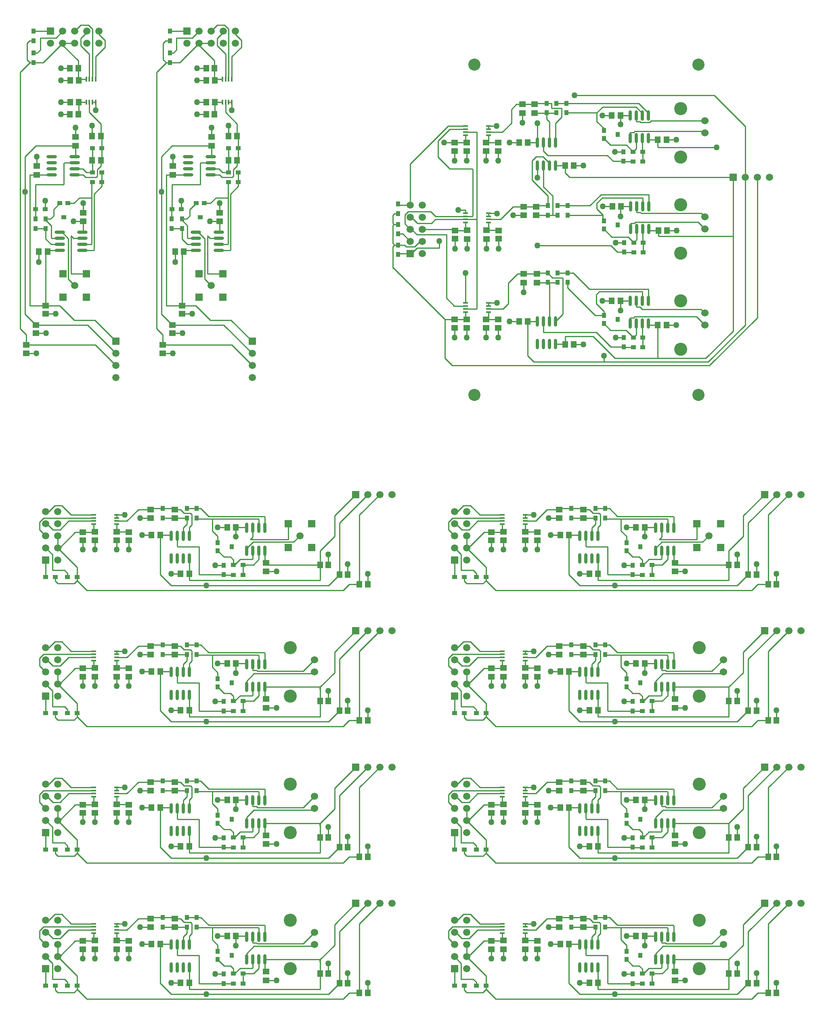
<source format=gtl>
%FSLAX25Y25*%
%MOIN*%
G70*
G01*
G75*
G04 Layer_Physical_Order=1*
G04 Layer_Color=255*
%ADD10R,0.03543X0.04331*%
%ADD11R,0.04331X0.03543*%
%ADD12R,0.03543X0.03937*%
%ADD13R,0.04724X0.05512*%
%ADD14R,0.04016X0.01614*%
%ADD15R,0.05512X0.04724*%
%ADD16R,0.05512X0.04921*%
%ADD17R,0.04921X0.05512*%
%ADD18O,0.02362X0.08661*%
%ADD19C,0.01000*%
%ADD20O,0.08661X0.02362*%
%ADD21R,0.05512X0.04921*%
%ADD22R,0.05512X0.04724*%
%ADD23R,0.01614X0.04016*%
%ADD24R,0.03937X0.03543*%
%ADD25R,0.04331X0.03543*%
%ADD26C,0.05906*%
%ADD27R,0.05906X0.05906*%
%ADD28R,0.05906X0.05906*%
%ADD29C,0.06000*%
%ADD30C,0.05000*%
%ADD31C,0.10787*%
%ADD32R,0.05906X0.05906*%
%ADD33C,0.10000*%
D10*
X150500Y64500D02*
D03*
Y72374D02*
D03*
X142500Y64500D02*
D03*
Y72374D02*
D03*
X179500Y41000D02*
D03*
X122500Y72374D02*
D03*
Y64500D02*
D03*
X173126Y25606D02*
D03*
Y17732D02*
D03*
X16000Y778000D02*
D03*
Y785874D02*
D03*
Y796000D02*
D03*
Y803874D02*
D03*
X26000Y641000D02*
D03*
Y648874D02*
D03*
X17606Y641000D02*
D03*
Y648874D02*
D03*
X128500Y778000D02*
D03*
Y785874D02*
D03*
Y796000D02*
D03*
Y803874D02*
D03*
X138500Y641000D02*
D03*
Y648874D02*
D03*
X130106Y641000D02*
D03*
Y648874D02*
D03*
X173126Y355232D02*
D03*
Y363106D02*
D03*
X122500Y402000D02*
D03*
Y409874D02*
D03*
X179500Y378500D02*
D03*
X142500Y409874D02*
D03*
Y402000D02*
D03*
X150500Y409874D02*
D03*
Y402000D02*
D03*
X510626Y355232D02*
D03*
Y363106D02*
D03*
X460000Y402000D02*
D03*
Y409874D02*
D03*
X517000Y378500D02*
D03*
X480000Y409874D02*
D03*
Y402000D02*
D03*
X488000Y409874D02*
D03*
Y402000D02*
D03*
Y64500D02*
D03*
Y72374D02*
D03*
X480000Y64500D02*
D03*
Y72374D02*
D03*
X517000Y41000D02*
D03*
X460000Y72374D02*
D03*
Y64500D02*
D03*
X510626Y25606D02*
D03*
Y17732D02*
D03*
X488000Y177000D02*
D03*
Y184874D02*
D03*
X480000Y177000D02*
D03*
Y184874D02*
D03*
X517000Y153500D02*
D03*
X460000Y184874D02*
D03*
Y177000D02*
D03*
X510626Y138106D02*
D03*
Y130232D02*
D03*
X488000Y289500D02*
D03*
Y297374D02*
D03*
X480000Y289500D02*
D03*
Y297374D02*
D03*
X517000Y266000D02*
D03*
X460000Y297374D02*
D03*
Y289500D02*
D03*
X510626Y250606D02*
D03*
Y242732D02*
D03*
X150500Y177000D02*
D03*
Y184874D02*
D03*
X142500Y177000D02*
D03*
Y184874D02*
D03*
X179500Y153500D02*
D03*
X122500Y184874D02*
D03*
Y177000D02*
D03*
X173126Y138106D02*
D03*
Y130232D02*
D03*
X150500Y289500D02*
D03*
Y297374D02*
D03*
X142500Y289500D02*
D03*
Y297374D02*
D03*
X179500Y266000D02*
D03*
X122500Y297374D02*
D03*
Y289500D02*
D03*
X173126Y250606D02*
D03*
Y242732D02*
D03*
X317000Y619626D02*
D03*
Y627500D02*
D03*
Y661374D02*
D03*
Y653500D02*
D03*
Y636563D02*
D03*
Y644437D02*
D03*
X503000Y696626D02*
D03*
Y704500D02*
D03*
X503500Y621626D02*
D03*
Y629500D02*
D03*
X503200Y543326D02*
D03*
Y551200D02*
D03*
X439500Y736549D02*
D03*
Y744423D02*
D03*
X440500Y652000D02*
D03*
Y659874D02*
D03*
Y596549D02*
D03*
Y604423D02*
D03*
X447750Y744423D02*
D03*
Y736549D02*
D03*
X456000Y744423D02*
D03*
Y736549D02*
D03*
X448750Y659874D02*
D03*
Y652000D02*
D03*
X457000Y659874D02*
D03*
Y652000D02*
D03*
X448750Y604423D02*
D03*
Y596549D02*
D03*
X457000Y604423D02*
D03*
Y596549D02*
D03*
X498300Y718800D02*
D03*
Y643900D02*
D03*
Y565900D02*
D03*
D11*
X181126Y17606D02*
D03*
X189000D02*
D03*
X181126Y26000D02*
D03*
X189000D02*
D03*
X26126Y16000D02*
D03*
X34000D02*
D03*
X44126D02*
D03*
X52000D02*
D03*
X17732Y656874D02*
D03*
X25606D02*
D03*
X64500Y707500D02*
D03*
X72374D02*
D03*
X41000Y650500D02*
D03*
X130232Y656874D02*
D03*
X138106D02*
D03*
X177000Y707500D02*
D03*
X184874D02*
D03*
X153500Y650500D02*
D03*
X52000Y353500D02*
D03*
X44126D02*
D03*
X34000D02*
D03*
X26126D02*
D03*
X189000Y363500D02*
D03*
X181126D02*
D03*
X189000Y355106D02*
D03*
X181126D02*
D03*
X389500Y353500D02*
D03*
X381626D02*
D03*
X371500D02*
D03*
X363626D02*
D03*
X526500Y363500D02*
D03*
X518626D02*
D03*
X526500Y355106D02*
D03*
X518626D02*
D03*
Y17606D02*
D03*
X526500D02*
D03*
X518626Y26000D02*
D03*
X526500D02*
D03*
X363626Y16000D02*
D03*
X371500D02*
D03*
X381626D02*
D03*
X389500D02*
D03*
X518626Y130106D02*
D03*
X526500D02*
D03*
X518626Y138500D02*
D03*
X526500D02*
D03*
X363626Y128500D02*
D03*
X371500D02*
D03*
X381626D02*
D03*
X389500D02*
D03*
X518626Y242606D02*
D03*
X526500D02*
D03*
X518626Y251000D02*
D03*
X526500D02*
D03*
X363626Y241000D02*
D03*
X371500D02*
D03*
X381626D02*
D03*
X389500D02*
D03*
X181126Y130106D02*
D03*
X189000D02*
D03*
X181126Y138500D02*
D03*
X189000D02*
D03*
X26126Y128500D02*
D03*
X34000D02*
D03*
X44126D02*
D03*
X52000D02*
D03*
X181126Y242606D02*
D03*
X189000D02*
D03*
X181126Y251000D02*
D03*
X189000D02*
D03*
X26126Y241000D02*
D03*
X34000D02*
D03*
X44126D02*
D03*
X52000D02*
D03*
X518874Y704500D02*
D03*
X511000D02*
D03*
X518874Y696500D02*
D03*
X511000D02*
D03*
X519374Y629500D02*
D03*
X511500D02*
D03*
X519374Y621500D02*
D03*
X511500D02*
D03*
X519074Y551200D02*
D03*
X511200D02*
D03*
X519074Y543200D02*
D03*
X511200D02*
D03*
D12*
X168083Y44346D02*
D03*
Y37653D02*
D03*
Y375153D02*
D03*
Y381846D02*
D03*
X505583Y375153D02*
D03*
Y381846D02*
D03*
Y44346D02*
D03*
Y37653D02*
D03*
Y156846D02*
D03*
Y150154D02*
D03*
Y269346D02*
D03*
Y262653D02*
D03*
X168083Y156846D02*
D03*
Y150154D02*
D03*
Y269346D02*
D03*
Y262653D02*
D03*
X486883Y715453D02*
D03*
Y722147D02*
D03*
Y640554D02*
D03*
Y647247D02*
D03*
Y562554D02*
D03*
Y569246D02*
D03*
D13*
X144543Y18500D02*
D03*
X137457D02*
D03*
X120543Y50500D02*
D03*
X113457D02*
D03*
X183043Y57000D02*
D03*
X175957D02*
D03*
X71495Y717500D02*
D03*
X64408D02*
D03*
X53240Y763500D02*
D03*
X46154D02*
D03*
X53240Y745500D02*
D03*
X46154D02*
D03*
X20457Y622000D02*
D03*
X27543D02*
D03*
X71495Y697500D02*
D03*
X64408D02*
D03*
X183994Y717500D02*
D03*
X176908D02*
D03*
X165740Y763500D02*
D03*
X158653D02*
D03*
X165740Y745500D02*
D03*
X158653D02*
D03*
X132957Y622000D02*
D03*
X140043D02*
D03*
X183994Y697500D02*
D03*
X176908D02*
D03*
X175957Y394500D02*
D03*
X183043D02*
D03*
X113457Y388000D02*
D03*
X120543D02*
D03*
X137457Y356000D02*
D03*
X144543D02*
D03*
X513457Y394500D02*
D03*
X520543D02*
D03*
X450957Y388000D02*
D03*
X458043D02*
D03*
X474957Y356000D02*
D03*
X482043D02*
D03*
Y18500D02*
D03*
X474957D02*
D03*
X458043Y50500D02*
D03*
X450957D02*
D03*
X520543Y57000D02*
D03*
X513457D02*
D03*
X482043Y131000D02*
D03*
X474957D02*
D03*
X458043Y163000D02*
D03*
X450957D02*
D03*
X520543Y169500D02*
D03*
X513457D02*
D03*
X482043Y243500D02*
D03*
X474957D02*
D03*
X458043Y275500D02*
D03*
X450957D02*
D03*
X520543Y282000D02*
D03*
X513457D02*
D03*
X144543Y131000D02*
D03*
X137457D02*
D03*
X120543Y163000D02*
D03*
X113457D02*
D03*
X183043Y169500D02*
D03*
X175957D02*
D03*
X144543Y243500D02*
D03*
X137457D02*
D03*
X120543Y275500D02*
D03*
X113457D02*
D03*
X183043Y282000D02*
D03*
X175957D02*
D03*
X500543Y734500D02*
D03*
X493457D02*
D03*
X531457Y714500D02*
D03*
X538543D02*
D03*
X501043Y659500D02*
D03*
X493957D02*
D03*
X531957Y639500D02*
D03*
X539043D02*
D03*
X500543Y581400D02*
D03*
X493457D02*
D03*
X531457Y561500D02*
D03*
X538543D02*
D03*
X424043Y711900D02*
D03*
X416957D02*
D03*
X454957Y693100D02*
D03*
X462043D02*
D03*
X424043Y564400D02*
D03*
X416957D02*
D03*
X454957Y545400D02*
D03*
X462043D02*
D03*
D14*
X84500Y59500D02*
D03*
Y62059D02*
D03*
Y64618D02*
D03*
Y67177D02*
D03*
X65602Y59500D02*
D03*
Y62059D02*
D03*
Y64618D02*
D03*
Y67177D02*
D03*
Y404677D02*
D03*
Y402118D02*
D03*
Y399559D02*
D03*
Y397000D02*
D03*
X84500Y404677D02*
D03*
Y402118D02*
D03*
Y399559D02*
D03*
Y397000D02*
D03*
X403102Y404677D02*
D03*
Y402118D02*
D03*
Y399559D02*
D03*
Y397000D02*
D03*
X422000Y404677D02*
D03*
Y402118D02*
D03*
Y399559D02*
D03*
Y397000D02*
D03*
Y59500D02*
D03*
Y62059D02*
D03*
Y64618D02*
D03*
Y67177D02*
D03*
X403102Y59500D02*
D03*
Y62059D02*
D03*
Y64618D02*
D03*
Y67177D02*
D03*
X422000Y172000D02*
D03*
Y174559D02*
D03*
Y177118D02*
D03*
Y179677D02*
D03*
X403102Y172000D02*
D03*
Y174559D02*
D03*
Y177118D02*
D03*
Y179677D02*
D03*
X422000Y284500D02*
D03*
Y287059D02*
D03*
Y289618D02*
D03*
Y292177D02*
D03*
X403102Y284500D02*
D03*
Y287059D02*
D03*
Y289618D02*
D03*
Y292177D02*
D03*
X84500Y172000D02*
D03*
Y174559D02*
D03*
Y177118D02*
D03*
Y179677D02*
D03*
X65602Y172000D02*
D03*
Y174559D02*
D03*
Y177118D02*
D03*
Y179677D02*
D03*
X84500Y284500D02*
D03*
Y287059D02*
D03*
Y289618D02*
D03*
Y292177D02*
D03*
X65602Y284500D02*
D03*
Y287059D02*
D03*
Y289618D02*
D03*
Y292177D02*
D03*
X391500Y718000D02*
D03*
Y720559D02*
D03*
Y723118D02*
D03*
Y725677D02*
D03*
X372602Y718000D02*
D03*
Y720559D02*
D03*
Y723118D02*
D03*
Y725677D02*
D03*
X391500Y646000D02*
D03*
Y648559D02*
D03*
Y651118D02*
D03*
Y653677D02*
D03*
X372602Y646000D02*
D03*
Y648559D02*
D03*
Y651118D02*
D03*
Y653677D02*
D03*
X391500Y572000D02*
D03*
Y574559D02*
D03*
Y577118D02*
D03*
Y579677D02*
D03*
X372602Y572000D02*
D03*
Y574559D02*
D03*
Y577118D02*
D03*
Y579677D02*
D03*
D15*
X132500Y64408D02*
D03*
Y71495D02*
D03*
X208000Y27543D02*
D03*
Y20457D02*
D03*
X84500Y46154D02*
D03*
Y53240D02*
D03*
X66500Y46154D02*
D03*
Y53240D02*
D03*
X112500Y64408D02*
D03*
Y71495D02*
D03*
Y408994D02*
D03*
Y401908D02*
D03*
X66500Y390740D02*
D03*
Y383653D02*
D03*
X84500Y390740D02*
D03*
Y383653D02*
D03*
X208000Y357957D02*
D03*
Y365043D02*
D03*
X132500Y408994D02*
D03*
Y401908D02*
D03*
X450000Y408994D02*
D03*
Y401908D02*
D03*
X404000Y390740D02*
D03*
Y383653D02*
D03*
X422000Y390740D02*
D03*
Y383653D02*
D03*
X545500Y357957D02*
D03*
Y365043D02*
D03*
X470000Y408994D02*
D03*
Y401908D02*
D03*
Y64408D02*
D03*
Y71495D02*
D03*
X545500Y27543D02*
D03*
Y20457D02*
D03*
X422000Y46154D02*
D03*
Y53240D02*
D03*
X404000Y46154D02*
D03*
Y53240D02*
D03*
X450000Y64408D02*
D03*
Y71495D02*
D03*
X470000Y176908D02*
D03*
Y183994D02*
D03*
X545500Y140043D02*
D03*
Y132957D02*
D03*
X422000Y158653D02*
D03*
Y165740D02*
D03*
X404000Y158653D02*
D03*
Y165740D02*
D03*
X450000Y176908D02*
D03*
Y183994D02*
D03*
X470000Y289408D02*
D03*
Y296495D02*
D03*
X545500Y252543D02*
D03*
Y245457D02*
D03*
X422000Y271153D02*
D03*
Y278240D02*
D03*
X404000Y271153D02*
D03*
Y278240D02*
D03*
X450000Y289408D02*
D03*
Y296495D02*
D03*
X132500Y176908D02*
D03*
Y183994D02*
D03*
X208000Y140043D02*
D03*
Y132957D02*
D03*
X84500Y158653D02*
D03*
Y165740D02*
D03*
X66500Y158653D02*
D03*
Y165740D02*
D03*
X112500Y176908D02*
D03*
Y183994D02*
D03*
X132500Y289408D02*
D03*
Y296495D02*
D03*
X208000Y252543D02*
D03*
Y245457D02*
D03*
X84500Y271153D02*
D03*
Y278240D02*
D03*
X66500Y271153D02*
D03*
Y278240D02*
D03*
X112500Y289408D02*
D03*
Y296495D02*
D03*
X389500Y704957D02*
D03*
Y712043D02*
D03*
X373500Y704957D02*
D03*
Y712043D02*
D03*
X390000Y632457D02*
D03*
Y639543D02*
D03*
X374000Y632457D02*
D03*
Y639543D02*
D03*
X389500Y558957D02*
D03*
Y566043D02*
D03*
X429500Y736457D02*
D03*
Y743543D02*
D03*
X373500Y558957D02*
D03*
Y566043D02*
D03*
X431000Y651908D02*
D03*
Y658994D02*
D03*
X431500Y596457D02*
D03*
Y603543D02*
D03*
X419500Y736457D02*
D03*
Y743543D02*
D03*
X420500Y651908D02*
D03*
Y658994D02*
D03*
Y596457D02*
D03*
Y603543D02*
D03*
D16*
X94500Y52945D02*
D03*
Y46055D02*
D03*
X56500Y52945D02*
D03*
Y46055D02*
D03*
Y383555D02*
D03*
Y390445D02*
D03*
X94500Y383555D02*
D03*
Y390445D02*
D03*
X394000Y383555D02*
D03*
Y390445D02*
D03*
X432000Y383555D02*
D03*
Y390445D02*
D03*
Y52945D02*
D03*
Y46055D02*
D03*
X394000Y52945D02*
D03*
Y46055D02*
D03*
X432000Y165445D02*
D03*
Y158555D02*
D03*
X394000Y165445D02*
D03*
Y158555D02*
D03*
X432000Y277945D02*
D03*
Y271055D02*
D03*
X394000Y277945D02*
D03*
Y271055D02*
D03*
X94500Y165445D02*
D03*
Y158555D02*
D03*
X56500Y165445D02*
D03*
Y158555D02*
D03*
X94500Y277945D02*
D03*
Y271055D02*
D03*
X56500Y277945D02*
D03*
Y271055D02*
D03*
X399500Y711945D02*
D03*
Y705055D02*
D03*
X363500Y711945D02*
D03*
Y705055D02*
D03*
X400000Y639445D02*
D03*
Y632555D02*
D03*
X364000Y639445D02*
D03*
Y632555D02*
D03*
X399500Y565945D02*
D03*
Y559055D02*
D03*
X363500Y565945D02*
D03*
Y559055D02*
D03*
D17*
X252555Y26000D02*
D03*
X259445D02*
D03*
X268555Y18000D02*
D03*
X275445D02*
D03*
X285055Y10000D02*
D03*
X291945D02*
D03*
X46055Y773500D02*
D03*
X52945D02*
D03*
X46055Y735500D02*
D03*
X52945D02*
D03*
X158555Y773500D02*
D03*
X165445D02*
D03*
X158555Y735500D02*
D03*
X165445D02*
D03*
X291945Y347500D02*
D03*
X285055D02*
D03*
X275445Y355500D02*
D03*
X268555D02*
D03*
X259445Y363500D02*
D03*
X252555D02*
D03*
X629445Y347500D02*
D03*
X622555D02*
D03*
X612945Y355500D02*
D03*
X606055D02*
D03*
X596945Y363500D02*
D03*
X590055D02*
D03*
Y26000D02*
D03*
X596945D02*
D03*
X606055Y18000D02*
D03*
X612945D02*
D03*
X622555Y10000D02*
D03*
X629445D02*
D03*
X590055Y138500D02*
D03*
X596945D02*
D03*
X606055Y130500D02*
D03*
X612945D02*
D03*
X622555Y122500D02*
D03*
X629445D02*
D03*
X590055Y251000D02*
D03*
X596945D02*
D03*
X606055Y243000D02*
D03*
X612945D02*
D03*
X622555Y235000D02*
D03*
X629445D02*
D03*
X252555Y138500D02*
D03*
X259445D02*
D03*
X268555Y130500D02*
D03*
X275445D02*
D03*
X285055Y122500D02*
D03*
X291945D02*
D03*
X252555Y251000D02*
D03*
X259445D02*
D03*
X268555Y243000D02*
D03*
X275445D02*
D03*
X285055Y235000D02*
D03*
X291945D02*
D03*
D18*
X207000Y56449D02*
D03*
X202000D02*
D03*
X197000D02*
D03*
X192000D02*
D03*
X207000Y37551D02*
D03*
X202000D02*
D03*
X197000D02*
D03*
X192000D02*
D03*
X144500Y49949D02*
D03*
X139500D02*
D03*
X134500D02*
D03*
X129500D02*
D03*
X144500Y31051D02*
D03*
X139500D02*
D03*
X134500D02*
D03*
X129500D02*
D03*
Y368551D02*
D03*
X134500D02*
D03*
X139500D02*
D03*
X144500D02*
D03*
X129500Y387449D02*
D03*
X134500D02*
D03*
X139500D02*
D03*
X144500D02*
D03*
X192000Y375051D02*
D03*
X197000D02*
D03*
X202000D02*
D03*
X207000D02*
D03*
X192000Y393949D02*
D03*
X197000D02*
D03*
X202000D02*
D03*
X207000D02*
D03*
X467000Y368551D02*
D03*
X472000D02*
D03*
X477000D02*
D03*
X482000D02*
D03*
X467000Y387449D02*
D03*
X472000D02*
D03*
X477000D02*
D03*
X482000D02*
D03*
X529500Y375051D02*
D03*
X534500D02*
D03*
X539500D02*
D03*
X544500D02*
D03*
X529500Y393949D02*
D03*
X534500D02*
D03*
X539500D02*
D03*
X544500D02*
D03*
Y56449D02*
D03*
X539500D02*
D03*
X534500D02*
D03*
X529500D02*
D03*
X544500Y37551D02*
D03*
X539500D02*
D03*
X534500D02*
D03*
X529500D02*
D03*
X482000Y49949D02*
D03*
X477000D02*
D03*
X472000D02*
D03*
X467000D02*
D03*
X482000Y31051D02*
D03*
X477000D02*
D03*
X472000D02*
D03*
X467000D02*
D03*
X544500Y168949D02*
D03*
X539500D02*
D03*
X534500D02*
D03*
X529500D02*
D03*
X544500Y150051D02*
D03*
X539500D02*
D03*
X534500D02*
D03*
X529500D02*
D03*
X482000Y162449D02*
D03*
X477000D02*
D03*
X472000D02*
D03*
X467000D02*
D03*
X482000Y143551D02*
D03*
X477000D02*
D03*
X472000D02*
D03*
X467000D02*
D03*
X544500Y281449D02*
D03*
X539500D02*
D03*
X534500D02*
D03*
X529500D02*
D03*
X544500Y262551D02*
D03*
X539500D02*
D03*
X534500D02*
D03*
X529500D02*
D03*
X482000Y274949D02*
D03*
X477000D02*
D03*
X472000D02*
D03*
X467000D02*
D03*
X482000Y256051D02*
D03*
X477000D02*
D03*
X472000D02*
D03*
X467000D02*
D03*
X207000Y168949D02*
D03*
X202000D02*
D03*
X197000D02*
D03*
X192000D02*
D03*
X207000Y150051D02*
D03*
X202000D02*
D03*
X197000D02*
D03*
X192000D02*
D03*
X144500Y162449D02*
D03*
X139500D02*
D03*
X134500D02*
D03*
X129500D02*
D03*
X144500Y143551D02*
D03*
X139500D02*
D03*
X134500D02*
D03*
X129500D02*
D03*
X207000Y281449D02*
D03*
X202000D02*
D03*
X197000D02*
D03*
X192000D02*
D03*
X207000Y262551D02*
D03*
X202000D02*
D03*
X197000D02*
D03*
X192000D02*
D03*
X144500Y274949D02*
D03*
X139500D02*
D03*
X134500D02*
D03*
X129500D02*
D03*
X144500Y256051D02*
D03*
X139500D02*
D03*
X134500D02*
D03*
X129500D02*
D03*
X523500Y734449D02*
D03*
X518500D02*
D03*
X513500D02*
D03*
X508500D02*
D03*
X523500Y715551D02*
D03*
X518500D02*
D03*
X513500D02*
D03*
X508500D02*
D03*
X524000Y659449D02*
D03*
X519000D02*
D03*
X514000D02*
D03*
X509000D02*
D03*
X524000Y640551D02*
D03*
X519000D02*
D03*
X514000D02*
D03*
X509000D02*
D03*
X523500Y581449D02*
D03*
X518500D02*
D03*
X513500D02*
D03*
X508500D02*
D03*
X523500Y562551D02*
D03*
X518500D02*
D03*
X513500D02*
D03*
X508500D02*
D03*
X447000Y711949D02*
D03*
X442000D02*
D03*
X437000D02*
D03*
X432000D02*
D03*
X447000Y693051D02*
D03*
X442000D02*
D03*
X437000D02*
D03*
X432000D02*
D03*
X447000Y564449D02*
D03*
X442000D02*
D03*
X437000D02*
D03*
X432000D02*
D03*
X447000Y545551D02*
D03*
X442000D02*
D03*
X437000D02*
D03*
X432000D02*
D03*
D19*
X56500Y52945D02*
X66205D01*
X84500Y53240D02*
X94205D01*
X65602Y54138D02*
Y59500D01*
X84500Y53240D02*
Y59500D01*
Y64618D02*
Y67177D01*
X56500Y38500D02*
Y46055D01*
X66500Y38500D02*
Y46154D01*
X84500Y38500D02*
Y46154D01*
X94500Y38500D02*
Y46055D01*
X37500Y40000D02*
X50445Y52945D01*
X56500D01*
X45059Y62059D02*
X65602D01*
X38000Y55000D02*
X45059Y62059D01*
X84500Y67177D02*
X91323D01*
X144500Y18543D02*
Y31051D01*
X129500Y18500D02*
X137457D01*
X128949Y50500D02*
X129500Y49949D01*
X120543Y50500D02*
X128949D01*
X105500D02*
X113457D01*
X103908Y64408D02*
X112500D01*
X113380Y72374D02*
X122500D01*
Y64500D02*
X132408D01*
X122500Y72374D02*
X131621D01*
X142500D02*
X150500D01*
X142408Y64408D02*
X142500Y64500D01*
X132592D02*
X142500D01*
X191449Y57000D02*
X192000Y56449D01*
X183043Y57000D02*
X191449D01*
X168000D02*
X175957D01*
X189000Y17606D02*
Y26000D01*
X173252Y17606D02*
X181126D01*
X166106Y25606D02*
X173126D01*
X36000Y40000D02*
Y50000D01*
X21000Y55000D02*
X26000Y50000D01*
X21000Y55000D02*
Y61297D01*
X24321Y64618D01*
X65602D01*
X26000Y60000D02*
X27000D01*
X32000Y55000D01*
X38000D01*
X26000Y70000D02*
X28500D01*
X33500Y75000D01*
X39177D01*
X47000Y67177D01*
X65602D01*
X26000Y16126D02*
Y30000D01*
Y40000D02*
X31500Y34500D01*
Y21500D02*
Y34500D01*
Y21500D02*
X41500D01*
X44126Y18874D01*
Y16000D02*
Y18874D01*
X36000Y40000D02*
X37500D01*
X36000D02*
X52000Y24000D01*
Y16000D02*
Y24000D01*
X34000Y12500D02*
Y16000D01*
Y12500D02*
X36000Y10500D01*
X49500D01*
X52000Y13000D01*
Y16000D01*
X84500Y62059D02*
X93059D01*
X102495Y71495D01*
X112500D01*
X139500Y49949D02*
Y56500D01*
X142500Y59500D01*
Y64500D01*
X144500Y49949D02*
Y57000D01*
X146500Y59000D01*
Y67500D01*
X145500Y68500D02*
X146500Y67500D01*
X140316Y68500D02*
X145500D01*
X137316Y71500D02*
X140316Y68500D01*
X132506Y71500D02*
X137316D01*
X151000Y64000D02*
X163500D01*
X150500Y64500D02*
X151000Y64000D01*
X150500Y72374D02*
X150874Y72000D01*
X207000Y56449D02*
Y65500D01*
X150500Y72374D02*
X154126D01*
X160500Y66000D01*
X202000Y56449D02*
Y63500D01*
X201500Y64000D02*
X202000Y63500D01*
X163500Y64000D02*
X201500D01*
X160500Y66000D02*
X206500D01*
X207000Y65500D01*
X189000Y26000D02*
X197500D01*
X202000Y30500D01*
Y37551D01*
X207000Y28543D02*
Y37551D01*
X208000Y20457D02*
X216543D01*
X275445Y18000D02*
Y26445D01*
X291945Y10000D02*
Y18445D01*
X285055Y67055D02*
X302000Y84000D01*
X285055Y10000D02*
Y67055D01*
X268555Y60555D02*
X292000Y84000D01*
X259445Y26000D02*
Y34445D01*
X268555Y18000D02*
Y60555D01*
X192000Y37551D02*
Y42500D01*
X197000Y51500D02*
Y56449D01*
X200008Y51500D02*
X200889Y50618D01*
X197000Y51500D02*
X200008D01*
X192000Y42500D02*
X198118Y48618D01*
X246618D02*
X248000Y50000D01*
X198118Y48618D02*
X246618D01*
X200889Y50618D02*
X238618D01*
X248000Y60000D01*
X207000Y37551D02*
X252449D01*
Y35661D02*
Y37551D01*
X252555Y26000D02*
Y37555D01*
X264500Y49500D01*
Y66500D01*
X282000Y84000D01*
X144555Y13055D02*
Y18488D01*
X197000Y31000D02*
Y37551D01*
X196500Y30500D02*
X197000Y31000D01*
X181126Y26000D02*
X182063D01*
X186563Y30500D02*
X196500D01*
X182063Y26000D02*
X186563Y30500D01*
X163500Y54000D02*
Y64000D01*
X168083Y44346D02*
Y49417D01*
X163500Y54000D02*
X168083Y49417D01*
Y37653D02*
X173236Y32500D01*
X178500D01*
X181126Y29874D01*
Y26000D02*
Y29874D01*
X183043Y49043D02*
Y57000D01*
X152500Y18000D02*
Y41000D01*
Y18000D02*
X152768Y17732D01*
X134500Y41500D02*
Y49949D01*
Y41500D02*
X135000Y41000D01*
X152500D01*
X120543Y17957D02*
Y50500D01*
X152768Y17732D02*
X173126D01*
X252555Y13055D02*
Y26000D01*
X144555Y13055D02*
X252555D01*
X120543Y17957D02*
X129500Y9000D01*
X158500D01*
X276500Y10000D02*
X285055D01*
X60000Y5000D02*
X271500D01*
X276500Y10000D01*
X158500Y9000D02*
X259555D01*
X268555Y18000D01*
X52000Y13000D02*
X60000Y5000D01*
X13000Y778000D02*
X5000Y770000D01*
X9000Y570445D02*
X18000Y561445D01*
X9000Y671500D02*
Y570445D01*
X5000Y558500D02*
X10000Y553500D01*
X5000Y770000D02*
Y558500D01*
X10000Y553500D02*
Y544945D01*
X9000Y700500D02*
Y671500D01*
X17957Y709457D02*
X9000Y700500D01*
X13055Y685445D02*
Y577445D01*
X26000D01*
X17732Y677232D02*
Y656874D01*
X17957Y709457D02*
X50500D01*
X41000Y695000D02*
Y677500D01*
X41500Y695500D02*
X41000Y695000D01*
X41500Y695500D02*
X49949D01*
X18000Y677500D02*
X17732Y677232D01*
X18000Y677500D02*
X41000D01*
X49043Y646957D02*
X57000D01*
X26000Y648874D02*
X29874D01*
X32500Y651500D02*
X29874Y648874D01*
X32500Y656764D02*
Y651500D01*
X37653Y661917D02*
X32500Y656764D01*
X54000Y666500D02*
X49417Y661917D01*
X44346D02*
X49417D01*
X54000Y666500D02*
X64000D01*
X26000Y647937D02*
X30500Y643437D01*
Y633500D01*
X26000Y648874D02*
Y647937D01*
X30500Y633500D02*
X31000Y633000D01*
X37551D01*
X13055Y685445D02*
X18488D01*
X66500Y565500D02*
X84000Y548000D01*
X49500Y565500D02*
X66500D01*
X18000Y561445D02*
X60555D01*
X26000Y570555D02*
X34445D01*
X60555Y561445D02*
X84000Y538000D01*
X10000Y544945D02*
X67055D01*
X84000Y528000D01*
X10000Y538055D02*
X18445D01*
X18000Y554555D02*
X26445D01*
X20457Y622000D02*
Y613457D01*
X28543Y623000D02*
X37551D01*
X30500Y628000D02*
X37551D01*
X26000Y632500D02*
X30500Y628000D01*
X26000Y641000D02*
Y632500D01*
X72374Y679500D02*
X72000Y679126D01*
X64500Y679500D02*
X64000Y679000D01*
Y666500D01*
X71500Y697495D02*
Y692684D01*
X68500Y689684D01*
Y684500D01*
X67500Y683500D01*
X59000D02*
X67500D01*
X57000Y685500D02*
X59000Y683500D01*
X49949Y685500D02*
X57000D01*
X59500Y687500D02*
X64500D01*
X56500Y690500D02*
X59500Y687500D01*
X49949Y690500D02*
X56500D01*
X71495Y727505D02*
Y717500D01*
X62059Y736941D02*
X71495Y727505D01*
X62059Y745500D02*
Y736941D01*
X13000Y778000D02*
X16000D01*
X10500Y780500D02*
X13000Y778000D01*
X10500Y794000D02*
Y780500D01*
X12500Y796000D02*
X10500Y794000D01*
X12500Y796000D02*
X16000D01*
Y778000D02*
X24000D01*
X40000Y794000D02*
X24000Y778000D01*
X40000Y794000D02*
Y792500D01*
X16000Y785874D02*
X18874D01*
X21500Y788500D02*
X18874Y785874D01*
X21500Y798500D02*
Y788500D01*
Y798500D02*
X34500D01*
X40000Y804000D02*
X34500Y798500D01*
X16126Y804000D02*
X30000D01*
X67177Y783000D02*
Y764398D01*
X75000Y790823D02*
X67177Y783000D01*
X75000Y796500D02*
Y790823D01*
X70000Y801500D02*
X75000Y796500D01*
X70000Y804000D02*
Y801500D01*
X55000Y798000D02*
Y792000D01*
X60000Y803000D02*
X55000Y798000D01*
X60000Y804000D02*
Y803000D01*
X64618Y805679D02*
Y764398D01*
X61297Y809000D02*
X64618Y805679D01*
X55000Y809000D02*
X61297D01*
X55000D02*
X50000Y804000D01*
X40000Y794000D02*
X50000D01*
X25606Y663894D02*
Y656874D01*
X17606Y656748D02*
Y648874D01*
Y641000D02*
X26000D01*
X57000Y662000D02*
Y654043D01*
Y646957D02*
Y638551D01*
X56449Y638000D01*
X64500Y697408D02*
Y687500D01*
X64408Y687592D02*
X64500Y687500D01*
X72374D02*
Y679500D01*
Y707500D02*
Y698380D01*
X64500Y707500D02*
Y697592D01*
X72374Y716620D02*
Y707500D01*
X64408Y726092D02*
Y717500D01*
X50500Y724500D02*
Y716543D01*
Y709457D02*
Y701051D01*
X49949Y700500D01*
X18500D02*
Y692543D01*
X18543Y685500D02*
X31051D01*
X67177Y745500D02*
Y738677D01*
X55000Y792000D02*
X62059Y784941D01*
Y764398D01*
X52945Y779555D02*
Y773500D01*
X40000Y792500D02*
X52945Y779555D01*
X38500Y735500D02*
X46055D01*
X38500Y745500D02*
X46154D01*
X38500Y763500D02*
X46154D01*
X38500Y773500D02*
X46055D01*
X64618Y745500D02*
X67177D01*
X53240D02*
X59500D01*
X54138Y764398D02*
X59500D01*
X53240Y745500D02*
Y735795D01*
X52945Y773500D02*
Y763795D01*
X27543Y622000D02*
X26000Y620457D01*
Y577445D01*
X37555D01*
X49500Y565500D01*
X72374Y679500D02*
Y675874D01*
X66000Y669500D01*
Y623500D02*
X65500Y623000D01*
X66000Y669500D02*
Y623500D01*
X56449Y628000D02*
X63500D01*
X64000Y628500D02*
X63500Y628000D01*
X64000Y666500D02*
Y628500D01*
X56449Y623000D02*
X65500D01*
X44728Y599272D02*
X50000Y594000D01*
X39492Y638000D02*
X44728Y632764D01*
X47004Y603724D02*
X59724D01*
X44728Y632764D02*
Y599272D01*
X47004Y635000D02*
X49004Y633000D01*
X56449D01*
X47004Y635000D02*
Y603724D01*
X125500Y778000D02*
X117500Y770000D01*
X121500Y570445D02*
X130500Y561445D01*
X121500Y671500D02*
Y570445D01*
X117500Y558500D02*
X122500Y553500D01*
X117500Y770000D02*
Y558500D01*
X122500Y553500D02*
Y544945D01*
X121500Y700500D02*
Y671500D01*
X130457Y709457D02*
X121500Y700500D01*
X125555Y685445D02*
Y577445D01*
X138500D01*
X130232Y677232D02*
Y656874D01*
X130457Y709457D02*
X163000D01*
X153500Y695000D02*
Y677500D01*
X154000Y695500D02*
X153500Y695000D01*
X154000Y695500D02*
X162449D01*
X130500Y677500D02*
X130232Y677232D01*
X130500Y677500D02*
X153500D01*
X161543Y646957D02*
X169500D01*
X138500Y648874D02*
X142374D01*
X145000Y651500D02*
X142374Y648874D01*
X145000Y656764D02*
Y651500D01*
X150154Y661917D02*
X145000Y656764D01*
X166500Y666500D02*
X161917Y661917D01*
X156846D02*
X161917D01*
X166500Y666500D02*
X176500D01*
X138500Y647937D02*
X143000Y643437D01*
Y633500D01*
X138500Y648874D02*
Y647937D01*
X143000Y633500D02*
X143500Y633000D01*
X150051D01*
X125555Y685445D02*
X130988D01*
X179000Y565500D02*
X196500Y548000D01*
X162000Y565500D02*
X179000D01*
X130500Y561445D02*
X173055D01*
X138500Y570555D02*
X146945D01*
X173055Y561445D02*
X196500Y538000D01*
X122500Y544945D02*
X179555D01*
X196500Y528000D01*
X122500Y538055D02*
X130945D01*
X130500Y554555D02*
X138945D01*
X132957Y622000D02*
Y613457D01*
X141043Y623000D02*
X150051D01*
X143000Y628000D02*
X150051D01*
X138500Y632500D02*
X143000Y628000D01*
X138500Y641000D02*
Y632500D01*
X184874Y679500D02*
X184500Y679126D01*
X177000Y679500D02*
X176500Y679000D01*
Y666500D01*
X184000Y697495D02*
Y692684D01*
X181000Y689684D01*
Y684500D01*
X180000Y683500D01*
X171500D02*
X180000D01*
X169500Y685500D02*
X171500Y683500D01*
X162449Y685500D02*
X169500D01*
X172000Y687500D02*
X177000D01*
X169000Y690500D02*
X172000Y687500D01*
X162449Y690500D02*
X169000D01*
X183994Y727505D02*
Y717500D01*
X174559Y736941D02*
X183994Y727505D01*
X174559Y745500D02*
Y736941D01*
X125500Y778000D02*
X128500D01*
X123000Y780500D02*
X125500Y778000D01*
X123000Y794000D02*
Y780500D01*
X125000Y796000D02*
X123000Y794000D01*
X125000Y796000D02*
X128500D01*
Y778000D02*
X136500D01*
X152500Y794000D02*
X136500Y778000D01*
X152500Y794000D02*
Y792500D01*
X128500Y785874D02*
X131374D01*
X134000Y788500D02*
X131374Y785874D01*
X134000Y798500D02*
Y788500D01*
Y798500D02*
X147000D01*
X152500Y804000D02*
X147000Y798500D01*
X128626Y804000D02*
X142500D01*
X179677Y783000D02*
Y764398D01*
X187500Y790823D02*
X179677Y783000D01*
X187500Y796500D02*
Y790823D01*
X182500Y801500D02*
X187500Y796500D01*
X182500Y804000D02*
Y801500D01*
X167500Y798000D02*
Y792000D01*
X172500Y803000D02*
X167500Y798000D01*
X172500Y804000D02*
Y803000D01*
X177118Y805679D02*
Y764398D01*
X173797Y809000D02*
X177118Y805679D01*
X167500Y809000D02*
X173797D01*
X167500D02*
X162500Y804000D01*
X152500Y794000D02*
X162500D01*
X138106Y663894D02*
Y656874D01*
X130106Y656748D02*
Y648874D01*
Y641000D02*
X138500D01*
X169500Y662000D02*
Y654043D01*
Y646957D02*
Y638551D01*
X168949Y638000D01*
X177000Y697408D02*
Y687500D01*
X176908Y687592D02*
X177000Y687500D01*
X184874D02*
Y679500D01*
Y707500D02*
Y698380D01*
X177000Y707500D02*
Y697592D01*
X184874Y716620D02*
Y707500D01*
X176908Y726092D02*
Y717500D01*
X163000Y724500D02*
Y716543D01*
Y709457D02*
Y701051D01*
X162449Y700500D01*
X131000D02*
Y692543D01*
X131043Y685500D02*
X143551D01*
X179677Y745500D02*
Y738677D01*
X167500Y792000D02*
X174559Y784941D01*
Y764398D01*
X165445Y779555D02*
Y773500D01*
X152500Y792500D02*
X165445Y779555D01*
X151000Y735500D02*
X158555D01*
X151000Y745500D02*
X158653D01*
X151000Y763500D02*
X158653D01*
X151000Y773500D02*
X158555D01*
X177118Y745500D02*
X179677D01*
X165740D02*
X172000D01*
X166638Y764398D02*
X172000D01*
X165740Y745500D02*
Y735795D01*
X165445Y773500D02*
Y763795D01*
X140043Y622000D02*
X138500Y620457D01*
Y577445D01*
X150055D01*
X162000Y565500D01*
X184874Y679500D02*
Y675874D01*
X178500Y669500D01*
Y623500D02*
X178000Y623000D01*
X178500Y669500D02*
Y623500D01*
X168949Y628000D02*
X176000D01*
X176500Y628500D02*
X176000Y628000D01*
X176500Y666500D02*
Y628500D01*
X168949Y623000D02*
X178000D01*
X157228Y599272D02*
X162500Y594000D01*
X151992Y638000D02*
X157228Y632764D01*
X159504Y603724D02*
X172224D01*
X157228Y632764D02*
Y599272D01*
X159504Y635000D02*
X161504Y633000D01*
X168949D01*
X159504Y635000D02*
Y603724D01*
X52000Y350500D02*
X60000Y342500D01*
X259555Y346500D02*
X268555Y355500D01*
X158500Y346500D02*
X259555D01*
X271500Y342500D02*
X276500Y347500D01*
X60000Y342500D02*
X271500D01*
X276500Y347500D02*
X285055D01*
X129500Y346500D02*
X158500D01*
X120543Y355457D02*
X129500Y346500D01*
X144555Y350555D02*
X252555D01*
Y363500D01*
X152768Y355232D02*
X173126D01*
X120543Y355457D02*
Y388000D01*
X135000Y378500D02*
X152500D01*
X134500Y379000D02*
X135000Y378500D01*
X134500Y379000D02*
Y387449D01*
X152500Y355500D02*
X152768Y355232D01*
X152500Y355500D02*
Y378500D01*
X183043Y386543D02*
Y394500D01*
X181126Y363500D02*
Y367374D01*
X178500Y370000D02*
X181126Y367374D01*
X173236Y370000D02*
X178500D01*
X168083Y375153D02*
X173236Y370000D01*
X163500Y391500D02*
X168083Y386917D01*
Y381846D02*
Y386917D01*
X163500Y391500D02*
Y401500D01*
X182063Y363500D02*
X186563Y368000D01*
X196500D01*
X181126Y363500D02*
X182063D01*
X196500Y368000D02*
X197000Y368500D01*
Y375051D01*
X144555Y350555D02*
Y355988D01*
X264500Y404000D02*
X282000Y421500D01*
X264500Y387000D02*
Y404000D01*
X268555Y355500D02*
Y398055D01*
X259445Y363500D02*
Y371945D01*
X268555Y398055D02*
X292000Y421500D01*
X285055Y347500D02*
Y404555D01*
X302000Y421500D01*
X291945Y347500D02*
Y355945D01*
X275445Y355500D02*
Y363945D01*
X208000Y357957D02*
X216543D01*
X207000Y366043D02*
Y375051D01*
X202000Y368000D02*
Y375051D01*
X197500Y363500D02*
X202000Y368000D01*
X189000Y363500D02*
X197500D01*
X150500Y409874D02*
X150874Y409500D01*
X150500Y402000D02*
X151000Y401500D01*
X163500D01*
X132506Y409000D02*
X137316D01*
X140316Y406000D01*
X145500D01*
X146500Y405000D01*
Y396500D02*
Y405000D01*
X144500Y394500D02*
X146500Y396500D01*
X144500Y387449D02*
Y394500D01*
X142500Y397000D02*
Y402000D01*
X139500Y394000D02*
X142500Y397000D01*
X139500Y387449D02*
Y394000D01*
X102495Y408994D02*
X112500D01*
X93059Y399559D02*
X102495Y408994D01*
X84500Y399559D02*
X93059D01*
X52000Y350500D02*
Y353500D01*
X49500Y348000D02*
X52000Y350500D01*
X36000Y348000D02*
X49500D01*
X34000Y350000D02*
X36000Y348000D01*
X34000Y350000D02*
Y353500D01*
X52000D02*
Y361500D01*
X36000Y377500D02*
X52000Y361500D01*
X36000Y377500D02*
X37500D01*
X44126Y353500D02*
Y356374D01*
X41500Y359000D02*
X44126Y356374D01*
X31500Y359000D02*
X41500D01*
X31500D02*
Y372000D01*
X26000Y377500D02*
X31500Y372000D01*
X26000Y353626D02*
Y367500D01*
X47000Y404677D02*
X65602D01*
X39177Y412500D02*
X47000Y404677D01*
X33500Y412500D02*
X39177D01*
X28500Y407500D02*
X33500Y412500D01*
X26000Y407500D02*
X28500D01*
X32000Y392500D02*
X38000D01*
X27000Y397500D02*
X32000Y392500D01*
X26000Y397500D02*
X27000D01*
X24321Y402118D02*
X65602D01*
X21000Y398797D02*
X24321Y402118D01*
X21000Y392500D02*
Y398797D01*
Y392500D02*
X26000Y387500D01*
X36000Y377500D02*
Y387500D01*
X166106Y363106D02*
X173126D01*
X173252Y355106D02*
X181126D01*
X189000D02*
Y363500D01*
X168000Y394500D02*
X175957D01*
X183043D02*
X191449D01*
X192000Y393949D01*
X132592Y402000D02*
X142500D01*
X142408Y401908D02*
X142500Y402000D01*
Y409874D02*
X150500D01*
X122500D02*
X131621D01*
X122500Y402000D02*
X132408D01*
X113380Y409874D02*
X122500D01*
X103908Y401908D02*
X112500D01*
X105500Y388000D02*
X113457D01*
X120543D02*
X128949D01*
X129500Y387449D01*
Y356000D02*
X137457D01*
X144500Y356043D02*
Y368551D01*
X84500Y404677D02*
X91323D01*
X38000Y392500D02*
X45059Y399559D01*
X65602D01*
X50445Y390445D02*
X56500D01*
X37500Y377500D02*
X50445Y390445D01*
X94500Y376000D02*
Y383555D01*
X84500Y376000D02*
Y383653D01*
X66500Y376000D02*
Y383653D01*
X56500Y376000D02*
Y383555D01*
X84500Y402118D02*
Y404677D01*
Y390740D02*
Y397000D01*
X65602Y391638D02*
Y397000D01*
X84500Y390740D02*
X94205D01*
X56500Y390445D02*
X66205D01*
X208000Y365043D02*
X209543Y363500D01*
X252555D01*
Y375055D01*
X264500Y387000D01*
X150500Y409874D02*
X154126D01*
X160500Y403500D01*
X206500D02*
X207000Y403000D01*
X160500Y403500D02*
X206500D01*
X202000Y393949D02*
Y401000D01*
X201500Y401500D02*
X202000Y401000D01*
X163500Y401500D02*
X201500D01*
X207000Y393949D02*
Y403000D01*
X230728Y382228D02*
X236000Y387500D01*
X192000Y376992D02*
X197236Y382228D01*
X226276Y384504D02*
Y397224D01*
X197236Y382228D02*
X230728D01*
X195000Y384504D02*
X197000Y386504D01*
Y393949D01*
X195000Y384504D02*
X226276D01*
X389500Y350500D02*
X397500Y342500D01*
X597055Y346500D02*
X606055Y355500D01*
X496000Y346500D02*
X597055D01*
X609000Y342500D02*
X614000Y347500D01*
X397500Y342500D02*
X609000D01*
X614000Y347500D02*
X622555D01*
X467000Y346500D02*
X496000D01*
X458043Y355457D02*
X467000Y346500D01*
X482055Y350555D02*
X590055D01*
Y363500D01*
X490268Y355232D02*
X510626D01*
X458043Y355457D02*
Y388000D01*
X472500Y378500D02*
X490000D01*
X472000Y379000D02*
X472500Y378500D01*
X472000Y379000D02*
Y387449D01*
X490000Y355500D02*
X490268Y355232D01*
X490000Y355500D02*
Y378500D01*
X520543Y386543D02*
Y394500D01*
X518626Y363500D02*
Y367374D01*
X516000Y370000D02*
X518626Y367374D01*
X510736Y370000D02*
X516000D01*
X505583Y375153D02*
X510736Y370000D01*
X501000Y391500D02*
X505583Y386917D01*
Y381846D02*
Y386917D01*
X501000Y391500D02*
Y401500D01*
X519563Y363500D02*
X524063Y368000D01*
X534000D01*
X518626Y363500D02*
X519563D01*
X534000Y368000D02*
X534500Y368500D01*
Y375051D01*
X482055Y350555D02*
Y355988D01*
X602000Y404000D02*
X619500Y421500D01*
X602000Y387000D02*
Y404000D01*
X606055Y355500D02*
Y398055D01*
X596945Y363500D02*
Y371945D01*
X606055Y398055D02*
X629500Y421500D01*
X622555Y347500D02*
Y404555D01*
X639500Y421500D01*
X629445Y347500D02*
Y355945D01*
X612945Y355500D02*
Y363945D01*
X545500Y357957D02*
X554043D01*
X544500Y366043D02*
Y375051D01*
X539500Y368000D02*
Y375051D01*
X535000Y363500D02*
X539500Y368000D01*
X526500Y363500D02*
X535000D01*
X488000Y409874D02*
X488374Y409500D01*
X488000Y402000D02*
X488500Y401500D01*
X501000D01*
X470006Y409000D02*
X474816D01*
X477816Y406000D01*
X483000D01*
X484000Y405000D01*
Y396500D02*
Y405000D01*
X482000Y394500D02*
X484000Y396500D01*
X482000Y387449D02*
Y394500D01*
X480000Y397000D02*
Y402000D01*
X477000Y394000D02*
X480000Y397000D01*
X477000Y387449D02*
Y394000D01*
X439994Y408994D02*
X450000D01*
X430559Y399559D02*
X439994Y408994D01*
X422000Y399559D02*
X430559D01*
X389500Y350500D02*
Y353500D01*
X387000Y348000D02*
X389500Y350500D01*
X373500Y348000D02*
X387000D01*
X371500Y350000D02*
X373500Y348000D01*
X371500Y350000D02*
Y353500D01*
X389500D02*
Y361500D01*
X373500Y377500D02*
X389500Y361500D01*
X373500Y377500D02*
X375000D01*
X381626Y353500D02*
Y356374D01*
X379000Y359000D02*
X381626Y356374D01*
X369000Y359000D02*
X379000D01*
X369000D02*
Y372000D01*
X363500Y377500D02*
X369000Y372000D01*
X363500Y353626D02*
Y367500D01*
X384500Y404677D02*
X403102D01*
X376677Y412500D02*
X384500Y404677D01*
X371000Y412500D02*
X376677D01*
X366000Y407500D02*
X371000Y412500D01*
X363500Y407500D02*
X366000D01*
X369500Y392500D02*
X375500D01*
X364500Y397500D02*
X369500Y392500D01*
X363500Y397500D02*
X364500D01*
X361821Y402118D02*
X403102D01*
X358500Y398797D02*
X361821Y402118D01*
X358500Y392500D02*
Y398797D01*
Y392500D02*
X363500Y387500D01*
X373500Y377500D02*
Y387500D01*
X503606Y363106D02*
X510626D01*
X510752Y355106D02*
X518626D01*
X526500D02*
Y363500D01*
X505500Y394500D02*
X513457D01*
X520543D02*
X528949D01*
X529500Y393949D01*
X470092Y402000D02*
X480000D01*
X479908Y401908D02*
X480000Y402000D01*
Y409874D02*
X488000D01*
X460000D02*
X469121D01*
X460000Y402000D02*
X469908D01*
X450879Y409874D02*
X460000D01*
X441408Y401908D02*
X450000D01*
X443000Y388000D02*
X450957D01*
X458043D02*
X466449D01*
X467000Y387449D01*
Y356000D02*
X474957D01*
X482000Y356043D02*
Y368551D01*
X422000Y404677D02*
X428823D01*
X375500Y392500D02*
X382559Y399559D01*
X403102D01*
X387945Y390445D02*
X394000D01*
X375000Y377500D02*
X387945Y390445D01*
X432000Y376000D02*
Y383555D01*
X422000Y376000D02*
Y383653D01*
X404000Y376000D02*
Y383653D01*
X394000Y376000D02*
Y383555D01*
X422000Y402118D02*
Y404677D01*
Y390740D02*
Y397000D01*
X403102Y391638D02*
Y397000D01*
X422000Y390740D02*
X431705D01*
X394000Y390445D02*
X403705D01*
X545500Y365043D02*
X547043Y363500D01*
X590055D01*
Y375055D01*
X602000Y387000D01*
X488000Y409874D02*
X491626D01*
X498000Y403500D01*
X544000D02*
X544500Y403000D01*
X498000Y403500D02*
X544000D01*
X539500Y393949D02*
Y401000D01*
X539000Y401500D02*
X539500Y401000D01*
X501000Y401500D02*
X539000D01*
X544500Y393949D02*
Y403000D01*
X568228Y382228D02*
X573500Y387500D01*
X529500Y376992D02*
X534736Y382228D01*
X563776Y384504D02*
Y397224D01*
X534736Y382228D02*
X568228D01*
X532500Y384504D02*
X534500Y386504D01*
Y393949D01*
X532500Y384504D02*
X563776D01*
X394000Y52945D02*
X403705D01*
X422000Y53240D02*
X431705D01*
X403102Y54138D02*
Y59500D01*
X422000Y53240D02*
Y59500D01*
Y64618D02*
Y67177D01*
X394000Y38500D02*
Y46055D01*
X404000Y38500D02*
Y46154D01*
X422000Y38500D02*
Y46154D01*
X432000Y38500D02*
Y46055D01*
X375000Y40000D02*
X387945Y52945D01*
X394000D01*
X382559Y62059D02*
X403102D01*
X375500Y55000D02*
X382559Y62059D01*
X422000Y67177D02*
X428823D01*
X482000Y18543D02*
Y31051D01*
X467000Y18500D02*
X474957D01*
X466449Y50500D02*
X467000Y49949D01*
X458043Y50500D02*
X466449D01*
X443000D02*
X450957D01*
X441408Y64408D02*
X450000D01*
X450879Y72374D02*
X460000D01*
Y64500D02*
X469908D01*
X460000Y72374D02*
X469121D01*
X480000D02*
X488000D01*
X479908Y64408D02*
X480000Y64500D01*
X470092D02*
X480000D01*
X528949Y57000D02*
X529500Y56449D01*
X520543Y57000D02*
X528949D01*
X505500D02*
X513457D01*
X526500Y17606D02*
Y26000D01*
X510752Y17606D02*
X518626D01*
X503606Y25606D02*
X510626D01*
X373500Y40000D02*
Y50000D01*
X358500Y55000D02*
X363500Y50000D01*
X358500Y55000D02*
Y61297D01*
X361821Y64618D01*
X403102D01*
X363500Y60000D02*
X364500D01*
X369500Y55000D01*
X375500D01*
X363500Y70000D02*
X366000D01*
X371000Y75000D01*
X376677D01*
X384500Y67177D01*
X403102D01*
X363500Y16126D02*
Y30000D01*
Y40000D02*
X369000Y34500D01*
Y21500D02*
Y34500D01*
Y21500D02*
X379000D01*
X381626Y18874D01*
Y16000D02*
Y18874D01*
X373500Y40000D02*
X375000D01*
X373500D02*
X389500Y24000D01*
Y16000D02*
Y24000D01*
X371500Y12500D02*
Y16000D01*
Y12500D02*
X373500Y10500D01*
X387000D01*
X389500Y13000D01*
Y16000D01*
X422000Y62059D02*
X430559D01*
X439994Y71495D01*
X450000D01*
X477000Y49949D02*
Y56500D01*
X480000Y59500D01*
Y64500D01*
X482000Y49949D02*
Y57000D01*
X484000Y59000D01*
Y67500D01*
X483000Y68500D02*
X484000Y67500D01*
X477816Y68500D02*
X483000D01*
X474816Y71500D02*
X477816Y68500D01*
X470006Y71500D02*
X474816D01*
X488500Y64000D02*
X501000D01*
X488000Y64500D02*
X488500Y64000D01*
X488000Y72374D02*
X488374Y72000D01*
X544500Y56449D02*
Y65500D01*
X488000Y72374D02*
X491626D01*
X498000Y66000D01*
X539500Y56449D02*
Y63500D01*
X539000Y64000D02*
X539500Y63500D01*
X501000Y64000D02*
X539000D01*
X498000Y66000D02*
X544000D01*
X544500Y65500D01*
X526500Y26000D02*
X535000D01*
X539500Y30500D01*
Y37551D01*
X544500Y28543D02*
Y37551D01*
X545500Y20457D02*
X554043D01*
X612945Y18000D02*
Y26445D01*
X629445Y10000D02*
Y18445D01*
X622555Y67055D02*
X639500Y84000D01*
X622555Y10000D02*
Y67055D01*
X606055Y60555D02*
X629500Y84000D01*
X596945Y26000D02*
Y34445D01*
X606055Y18000D02*
Y60555D01*
X529500Y37551D02*
Y42500D01*
X534500Y51500D02*
Y56449D01*
X537508Y51500D02*
X538389Y50618D01*
X534500Y51500D02*
X537508D01*
X529500Y42500D02*
X535618Y48618D01*
X584118D02*
X585500Y50000D01*
X535618Y48618D02*
X584118D01*
X538389Y50618D02*
X576118D01*
X585500Y60000D01*
X544500Y37551D02*
X589949D01*
Y35661D02*
Y37551D01*
X590055Y26000D02*
Y37555D01*
X602000Y49500D01*
Y66500D01*
X619500Y84000D01*
X482055Y13055D02*
Y18488D01*
X534500Y31000D02*
Y37551D01*
X534000Y30500D02*
X534500Y31000D01*
X518626Y26000D02*
X519563D01*
X524063Y30500D02*
X534000D01*
X519563Y26000D02*
X524063Y30500D01*
X501000Y54000D02*
Y64000D01*
X505583Y44346D02*
Y49417D01*
X501000Y54000D02*
X505583Y49417D01*
Y37653D02*
X510736Y32500D01*
X516000D01*
X518626Y29874D01*
Y26000D02*
Y29874D01*
X520543Y49043D02*
Y57000D01*
X490000Y18000D02*
Y41000D01*
Y18000D02*
X490268Y17732D01*
X472000Y41500D02*
Y49949D01*
Y41500D02*
X472500Y41000D01*
X490000D01*
X458043Y17957D02*
Y50500D01*
X490268Y17732D02*
X510626D01*
X590055Y13055D02*
Y26000D01*
X482055Y13055D02*
X590055D01*
X458043Y17957D02*
X467000Y9000D01*
X496000D01*
X614000Y10000D02*
X622555D01*
X397500Y5000D02*
X609000D01*
X614000Y10000D01*
X496000Y9000D02*
X597055D01*
X606055Y18000D01*
X389500Y13000D02*
X397500Y5000D01*
X394000Y165445D02*
X403705D01*
X422000Y165740D02*
X431705D01*
X403102Y166638D02*
Y172000D01*
X422000Y165740D02*
Y172000D01*
Y177118D02*
Y179677D01*
X394000Y151000D02*
Y158555D01*
X404000Y151000D02*
Y158653D01*
X422000Y151000D02*
Y158653D01*
X432000Y151000D02*
Y158555D01*
X375000Y152500D02*
X387945Y165445D01*
X394000D01*
X382559Y174559D02*
X403102D01*
X375500Y167500D02*
X382559Y174559D01*
X422000Y179677D02*
X428823D01*
X482000Y131043D02*
Y143551D01*
X467000Y131000D02*
X474957D01*
X466449Y163000D02*
X467000Y162449D01*
X458043Y163000D02*
X466449D01*
X443000D02*
X450957D01*
X441408Y176908D02*
X450000D01*
X450879Y184874D02*
X460000D01*
Y177000D02*
X469908D01*
X460000Y184874D02*
X469121D01*
X480000D02*
X488000D01*
X479908Y176908D02*
X480000Y177000D01*
X470092D02*
X480000D01*
X528949Y169500D02*
X529500Y168949D01*
X520543Y169500D02*
X528949D01*
X505500D02*
X513457D01*
X526500Y130106D02*
Y138500D01*
X510752Y130106D02*
X518626D01*
X503606Y138106D02*
X510626D01*
X373500Y152500D02*
Y162500D01*
X358500Y167500D02*
X363500Y162500D01*
X358500Y167500D02*
Y173797D01*
X361821Y177118D01*
X403102D01*
X363500Y172500D02*
X364500D01*
X369500Y167500D01*
X375500D01*
X363500Y182500D02*
X366000D01*
X371000Y187500D01*
X376677D01*
X384500Y179677D01*
X403102D01*
X363500Y128626D02*
Y142500D01*
Y152500D02*
X369000Y147000D01*
Y134000D02*
Y147000D01*
Y134000D02*
X379000D01*
X381626Y131374D01*
Y128500D02*
Y131374D01*
X373500Y152500D02*
X375000D01*
X373500D02*
X389500Y136500D01*
Y128500D02*
Y136500D01*
X371500Y125000D02*
Y128500D01*
Y125000D02*
X373500Y123000D01*
X387000D01*
X389500Y125500D01*
Y128500D01*
X422000Y174559D02*
X430559D01*
X439994Y183994D01*
X450000D01*
X477000Y162449D02*
Y169000D01*
X480000Y172000D01*
Y177000D01*
X482000Y162449D02*
Y169500D01*
X484000Y171500D01*
Y180000D01*
X483000Y181000D02*
X484000Y180000D01*
X477816Y181000D02*
X483000D01*
X474816Y184000D02*
X477816Y181000D01*
X470006Y184000D02*
X474816D01*
X488500Y176500D02*
X501000D01*
X488000Y177000D02*
X488500Y176500D01*
X488000Y184874D02*
X488374Y184500D01*
X544500Y168949D02*
Y178000D01*
X488000Y184874D02*
X491626D01*
X498000Y178500D01*
X539500Y168949D02*
Y176000D01*
X539000Y176500D02*
X539500Y176000D01*
X501000Y176500D02*
X539000D01*
X498000Y178500D02*
X544000D01*
X544500Y178000D01*
X526500Y138500D02*
X535000D01*
X539500Y143000D01*
Y150051D01*
X544500Y141043D02*
Y150051D01*
X545500Y132957D02*
X554043D01*
X612945Y130500D02*
Y138945D01*
X629445Y122500D02*
Y130945D01*
X622555Y179555D02*
X639500Y196500D01*
X622555Y122500D02*
Y179555D01*
X606055Y173055D02*
X629500Y196500D01*
X596945Y138500D02*
Y146945D01*
X606055Y130500D02*
Y173055D01*
X529500Y150051D02*
Y155000D01*
X534500Y164000D02*
Y168949D01*
X537508Y164000D02*
X538389Y163118D01*
X534500Y164000D02*
X537508D01*
X529500Y155000D02*
X535618Y161118D01*
X584118D02*
X585500Y162500D01*
X535618Y161118D02*
X584118D01*
X538389Y163118D02*
X576118D01*
X585500Y172500D01*
X544500Y150051D02*
X589949D01*
Y148161D02*
Y150051D01*
X590055Y138500D02*
Y150055D01*
X602000Y162000D01*
Y179000D01*
X619500Y196500D01*
X482055Y125555D02*
Y130988D01*
X534500Y143500D02*
Y150051D01*
X534000Y143000D02*
X534500Y143500D01*
X518626Y138500D02*
X519563D01*
X524063Y143000D02*
X534000D01*
X519563Y138500D02*
X524063Y143000D01*
X501000Y166500D02*
Y176500D01*
X505583Y156846D02*
Y161917D01*
X501000Y166500D02*
X505583Y161917D01*
Y150154D02*
X510736Y145000D01*
X516000D01*
X518626Y142374D01*
Y138500D02*
Y142374D01*
X520543Y161543D02*
Y169500D01*
X490000Y130500D02*
Y153500D01*
Y130500D02*
X490268Y130232D01*
X472000Y154000D02*
Y162449D01*
Y154000D02*
X472500Y153500D01*
X490000D01*
X458043Y130457D02*
Y163000D01*
X490268Y130232D02*
X510626D01*
X590055Y125555D02*
Y138500D01*
X482055Y125555D02*
X590055D01*
X458043Y130457D02*
X467000Y121500D01*
X496000D01*
X614000Y122500D02*
X622555D01*
X397500Y117500D02*
X609000D01*
X614000Y122500D01*
X496000Y121500D02*
X597055D01*
X606055Y130500D01*
X389500Y125500D02*
X397500Y117500D01*
X394000Y277945D02*
X403705D01*
X422000Y278240D02*
X431705D01*
X403102Y279138D02*
Y284500D01*
X422000Y278240D02*
Y284500D01*
Y289618D02*
Y292177D01*
X394000Y263500D02*
Y271055D01*
X404000Y263500D02*
Y271153D01*
X422000Y263500D02*
Y271153D01*
X432000Y263500D02*
Y271055D01*
X375000Y265000D02*
X387945Y277945D01*
X394000D01*
X382559Y287059D02*
X403102D01*
X375500Y280000D02*
X382559Y287059D01*
X422000Y292177D02*
X428823D01*
X482000Y243543D02*
Y256051D01*
X467000Y243500D02*
X474957D01*
X466449Y275500D02*
X467000Y274949D01*
X458043Y275500D02*
X466449D01*
X443000D02*
X450957D01*
X441408Y289408D02*
X450000D01*
X450879Y297374D02*
X460000D01*
Y289500D02*
X469908D01*
X460000Y297374D02*
X469121D01*
X480000D02*
X488000D01*
X479908Y289408D02*
X480000Y289500D01*
X470092D02*
X480000D01*
X528949Y282000D02*
X529500Y281449D01*
X520543Y282000D02*
X528949D01*
X505500D02*
X513457D01*
X526500Y242606D02*
Y251000D01*
X510752Y242606D02*
X518626D01*
X503606Y250606D02*
X510626D01*
X373500Y265000D02*
Y275000D01*
X358500Y280000D02*
X363500Y275000D01*
X358500Y280000D02*
Y286297D01*
X361821Y289618D01*
X403102D01*
X363500Y285000D02*
X364500D01*
X369500Y280000D01*
X375500D01*
X363500Y295000D02*
X366000D01*
X371000Y300000D01*
X376677D01*
X384500Y292177D01*
X403102D01*
X363500Y241126D02*
Y255000D01*
Y265000D02*
X369000Y259500D01*
Y246500D02*
Y259500D01*
Y246500D02*
X379000D01*
X381626Y243874D01*
Y241000D02*
Y243874D01*
X373500Y265000D02*
X375000D01*
X373500D02*
X389500Y249000D01*
Y241000D02*
Y249000D01*
X371500Y237500D02*
Y241000D01*
Y237500D02*
X373500Y235500D01*
X387000D01*
X389500Y238000D01*
Y241000D01*
X422000Y287059D02*
X430559D01*
X439994Y296495D01*
X450000D01*
X477000Y274949D02*
Y281500D01*
X480000Y284500D01*
Y289500D01*
X482000Y274949D02*
Y282000D01*
X484000Y284000D01*
Y292500D01*
X483000Y293500D02*
X484000Y292500D01*
X477816Y293500D02*
X483000D01*
X474816Y296500D02*
X477816Y293500D01*
X470006Y296500D02*
X474816D01*
X488500Y289000D02*
X501000D01*
X488000Y289500D02*
X488500Y289000D01*
X488000Y297374D02*
X488374Y297000D01*
X544500Y281449D02*
Y290500D01*
X488000Y297374D02*
X491626D01*
X498000Y291000D01*
X539500Y281449D02*
Y288500D01*
X539000Y289000D02*
X539500Y288500D01*
X501000Y289000D02*
X539000D01*
X498000Y291000D02*
X544000D01*
X544500Y290500D01*
X526500Y251000D02*
X535000D01*
X539500Y255500D01*
Y262551D01*
X544500Y253543D02*
Y262551D01*
X545500Y245457D02*
X554043D01*
X612945Y243000D02*
Y251445D01*
X629445Y235000D02*
Y243445D01*
X622555Y292055D02*
X639500Y309000D01*
X622555Y235000D02*
Y292055D01*
X606055Y285555D02*
X629500Y309000D01*
X596945Y251000D02*
Y259445D01*
X606055Y243000D02*
Y285555D01*
X529500Y262551D02*
Y267500D01*
X534500Y276500D02*
Y281449D01*
X537508Y276500D02*
X538389Y275618D01*
X534500Y276500D02*
X537508D01*
X529500Y267500D02*
X535618Y273618D01*
X584118D02*
X585500Y275000D01*
X535618Y273618D02*
X584118D01*
X538389Y275618D02*
X576118D01*
X585500Y285000D01*
X544500Y262551D02*
X589949D01*
Y260661D02*
Y262551D01*
X590055Y251000D02*
Y262555D01*
X602000Y274500D01*
Y291500D01*
X619500Y309000D01*
X482055Y238055D02*
Y243488D01*
X534500Y256000D02*
Y262551D01*
X534000Y255500D02*
X534500Y256000D01*
X518626Y251000D02*
X519563D01*
X524063Y255500D02*
X534000D01*
X519563Y251000D02*
X524063Y255500D01*
X501000Y279000D02*
Y289000D01*
X505583Y269346D02*
Y274417D01*
X501000Y279000D02*
X505583Y274417D01*
Y262653D02*
X510736Y257500D01*
X516000D01*
X518626Y254874D01*
Y251000D02*
Y254874D01*
X520543Y274043D02*
Y282000D01*
X490000Y243000D02*
Y266000D01*
Y243000D02*
X490268Y242732D01*
X472000Y266500D02*
Y274949D01*
Y266500D02*
X472500Y266000D01*
X490000D01*
X458043Y242957D02*
Y275500D01*
X490268Y242732D02*
X510626D01*
X590055Y238055D02*
Y251000D01*
X482055Y238055D02*
X590055D01*
X458043Y242957D02*
X467000Y234000D01*
X496000D01*
X614000Y235000D02*
X622555D01*
X397500Y230000D02*
X609000D01*
X614000Y235000D01*
X496000Y234000D02*
X597055D01*
X606055Y243000D01*
X389500Y238000D02*
X397500Y230000D01*
X56500Y165445D02*
X66205D01*
X84500Y165740D02*
X94205D01*
X65602Y166638D02*
Y172000D01*
X84500Y165740D02*
Y172000D01*
Y177118D02*
Y179677D01*
X56500Y151000D02*
Y158555D01*
X66500Y151000D02*
Y158653D01*
X84500Y151000D02*
Y158653D01*
X94500Y151000D02*
Y158555D01*
X37500Y152500D02*
X50445Y165445D01*
X56500D01*
X45059Y174559D02*
X65602D01*
X38000Y167500D02*
X45059Y174559D01*
X84500Y179677D02*
X91323D01*
X144500Y131043D02*
Y143551D01*
X129500Y131000D02*
X137457D01*
X128949Y163000D02*
X129500Y162449D01*
X120543Y163000D02*
X128949D01*
X105500D02*
X113457D01*
X103908Y176908D02*
X112500D01*
X113380Y184874D02*
X122500D01*
Y177000D02*
X132408D01*
X122500Y184874D02*
X131621D01*
X142500D02*
X150500D01*
X142408Y176908D02*
X142500Y177000D01*
X132592D02*
X142500D01*
X191449Y169500D02*
X192000Y168949D01*
X183043Y169500D02*
X191449D01*
X168000D02*
X175957D01*
X189000Y130106D02*
Y138500D01*
X173252Y130106D02*
X181126D01*
X166106Y138106D02*
X173126D01*
X36000Y152500D02*
Y162500D01*
X21000Y167500D02*
X26000Y162500D01*
X21000Y167500D02*
Y173797D01*
X24321Y177118D01*
X65602D01*
X26000Y172500D02*
X27000D01*
X32000Y167500D01*
X38000D01*
X26000Y182500D02*
X28500D01*
X33500Y187500D01*
X39177D01*
X47000Y179677D01*
X65602D01*
X26000Y128626D02*
Y142500D01*
Y152500D02*
X31500Y147000D01*
Y134000D02*
Y147000D01*
Y134000D02*
X41500D01*
X44126Y131374D01*
Y128500D02*
Y131374D01*
X36000Y152500D02*
X37500D01*
X36000D02*
X52000Y136500D01*
Y128500D02*
Y136500D01*
X34000Y125000D02*
Y128500D01*
Y125000D02*
X36000Y123000D01*
X49500D01*
X52000Y125500D01*
Y128500D01*
X84500Y174559D02*
X93059D01*
X102495Y183994D01*
X112500D01*
X139500Y162449D02*
Y169000D01*
X142500Y172000D01*
Y177000D01*
X144500Y162449D02*
Y169500D01*
X146500Y171500D01*
Y180000D01*
X145500Y181000D02*
X146500Y180000D01*
X140316Y181000D02*
X145500D01*
X137316Y184000D02*
X140316Y181000D01*
X132506Y184000D02*
X137316D01*
X151000Y176500D02*
X163500D01*
X150500Y177000D02*
X151000Y176500D01*
X150500Y184874D02*
X150874Y184500D01*
X207000Y168949D02*
Y178000D01*
X150500Y184874D02*
X154126D01*
X160500Y178500D01*
X202000Y168949D02*
Y176000D01*
X201500Y176500D02*
X202000Y176000D01*
X163500Y176500D02*
X201500D01*
X160500Y178500D02*
X206500D01*
X207000Y178000D01*
X189000Y138500D02*
X197500D01*
X202000Y143000D01*
Y150051D01*
X207000Y141043D02*
Y150051D01*
X208000Y132957D02*
X216543D01*
X275445Y130500D02*
Y138945D01*
X291945Y122500D02*
Y130945D01*
X285055Y179555D02*
X302000Y196500D01*
X285055Y122500D02*
Y179555D01*
X268555Y173055D02*
X292000Y196500D01*
X259445Y138500D02*
Y146945D01*
X268555Y130500D02*
Y173055D01*
X192000Y150051D02*
Y155000D01*
X197000Y164000D02*
Y168949D01*
X200008Y164000D02*
X200889Y163118D01*
X197000Y164000D02*
X200008D01*
X192000Y155000D02*
X198118Y161118D01*
X246618D02*
X248000Y162500D01*
X198118Y161118D02*
X246618D01*
X200889Y163118D02*
X238618D01*
X248000Y172500D01*
X207000Y150051D02*
X252449D01*
Y148161D02*
Y150051D01*
X252555Y138500D02*
Y150055D01*
X264500Y162000D01*
Y179000D01*
X282000Y196500D01*
X144555Y125555D02*
Y130988D01*
X197000Y143500D02*
Y150051D01*
X196500Y143000D02*
X197000Y143500D01*
X181126Y138500D02*
X182063D01*
X186563Y143000D02*
X196500D01*
X182063Y138500D02*
X186563Y143000D01*
X163500Y166500D02*
Y176500D01*
X168083Y156846D02*
Y161917D01*
X163500Y166500D02*
X168083Y161917D01*
Y150154D02*
X173236Y145000D01*
X178500D01*
X181126Y142374D01*
Y138500D02*
Y142374D01*
X183043Y161543D02*
Y169500D01*
X152500Y130500D02*
Y153500D01*
Y130500D02*
X152768Y130232D01*
X134500Y154000D02*
Y162449D01*
Y154000D02*
X135000Y153500D01*
X152500D01*
X120543Y130457D02*
Y163000D01*
X152768Y130232D02*
X173126D01*
X252555Y125555D02*
Y138500D01*
X144555Y125555D02*
X252555D01*
X120543Y130457D02*
X129500Y121500D01*
X158500D01*
X276500Y122500D02*
X285055D01*
X60000Y117500D02*
X271500D01*
X276500Y122500D01*
X158500Y121500D02*
X259555D01*
X268555Y130500D01*
X52000Y125500D02*
X60000Y117500D01*
X56500Y277945D02*
X66205D01*
X84500Y278240D02*
X94205D01*
X65602Y279138D02*
Y284500D01*
X84500Y278240D02*
Y284500D01*
Y289618D02*
Y292177D01*
X56500Y263500D02*
Y271055D01*
X66500Y263500D02*
Y271153D01*
X84500Y263500D02*
Y271153D01*
X94500Y263500D02*
Y271055D01*
X37500Y265000D02*
X50445Y277945D01*
X56500D01*
X45059Y287059D02*
X65602D01*
X38000Y280000D02*
X45059Y287059D01*
X84500Y292177D02*
X91323D01*
X144500Y243543D02*
Y256051D01*
X129500Y243500D02*
X137457D01*
X128949Y275500D02*
X129500Y274949D01*
X120543Y275500D02*
X128949D01*
X105500D02*
X113457D01*
X103908Y289408D02*
X112500D01*
X113380Y297374D02*
X122500D01*
Y289500D02*
X132408D01*
X122500Y297374D02*
X131621D01*
X142500D02*
X150500D01*
X142408Y289408D02*
X142500Y289500D01*
X132592D02*
X142500D01*
X191449Y282000D02*
X192000Y281449D01*
X183043Y282000D02*
X191449D01*
X168000D02*
X175957D01*
X189000Y242606D02*
Y251000D01*
X173252Y242606D02*
X181126D01*
X166106Y250606D02*
X173126D01*
X36000Y265000D02*
Y275000D01*
X21000Y280000D02*
X26000Y275000D01*
X21000Y280000D02*
Y286297D01*
X24321Y289618D01*
X65602D01*
X26000Y285000D02*
X27000D01*
X32000Y280000D01*
X38000D01*
X26000Y295000D02*
X28500D01*
X33500Y300000D01*
X39177D01*
X47000Y292177D01*
X65602D01*
X26000Y241126D02*
Y255000D01*
Y265000D02*
X31500Y259500D01*
Y246500D02*
Y259500D01*
Y246500D02*
X41500D01*
X44126Y243874D01*
Y241000D02*
Y243874D01*
X36000Y265000D02*
X37500D01*
X36000D02*
X52000Y249000D01*
Y241000D02*
Y249000D01*
X34000Y237500D02*
Y241000D01*
Y237500D02*
X36000Y235500D01*
X49500D01*
X52000Y238000D01*
Y241000D01*
X84500Y287059D02*
X93059D01*
X102495Y296495D01*
X112500D01*
X139500Y274949D02*
Y281500D01*
X142500Y284500D01*
Y289500D01*
X144500Y274949D02*
Y282000D01*
X146500Y284000D01*
Y292500D01*
X145500Y293500D02*
X146500Y292500D01*
X140316Y293500D02*
X145500D01*
X137316Y296500D02*
X140316Y293500D01*
X132506Y296500D02*
X137316D01*
X151000Y289000D02*
X163500D01*
X150500Y289500D02*
X151000Y289000D01*
X150500Y297374D02*
X150874Y297000D01*
X207000Y281449D02*
Y290500D01*
X150500Y297374D02*
X154126D01*
X160500Y291000D01*
X202000Y281449D02*
Y288500D01*
X201500Y289000D02*
X202000Y288500D01*
X163500Y289000D02*
X201500D01*
X160500Y291000D02*
X206500D01*
X207000Y290500D01*
X189000Y251000D02*
X197500D01*
X202000Y255500D01*
Y262551D01*
X207000Y253543D02*
Y262551D01*
X208000Y245457D02*
X216543D01*
X275445Y243000D02*
Y251445D01*
X291945Y235000D02*
Y243445D01*
X285055Y292055D02*
X302000Y309000D01*
X285055Y235000D02*
Y292055D01*
X268555Y285555D02*
X292000Y309000D01*
X259445Y251000D02*
Y259445D01*
X268555Y243000D02*
Y285555D01*
X192000Y262551D02*
Y267500D01*
X197000Y276500D02*
Y281449D01*
X200008Y276500D02*
X200889Y275618D01*
X197000Y276500D02*
X200008D01*
X192000Y267500D02*
X198118Y273618D01*
X246618D02*
X248000Y275000D01*
X198118Y273618D02*
X246618D01*
X200889Y275618D02*
X238618D01*
X248000Y285000D01*
X207000Y262551D02*
X252449D01*
Y260661D02*
Y262551D01*
X252555Y251000D02*
Y262555D01*
X264500Y274500D01*
Y291500D01*
X282000Y309000D01*
X144555Y238055D02*
Y243488D01*
X197000Y256000D02*
Y262551D01*
X196500Y255500D02*
X197000Y256000D01*
X181126Y251000D02*
X182063D01*
X186563Y255500D02*
X196500D01*
X182063Y251000D02*
X186563Y255500D01*
X163500Y279000D02*
Y289000D01*
X168083Y269346D02*
Y274417D01*
X163500Y279000D02*
X168083Y274417D01*
Y262653D02*
X173236Y257500D01*
X178500D01*
X181126Y254874D01*
Y251000D02*
Y254874D01*
X183043Y274043D02*
Y282000D01*
X152500Y243000D02*
Y266000D01*
Y243000D02*
X152768Y242732D01*
X134500Y266500D02*
Y274949D01*
Y266500D02*
X135000Y266000D01*
X152500D01*
X120543Y242957D02*
Y275500D01*
X152768Y242732D02*
X173126D01*
X252555Y238055D02*
Y251000D01*
X144555Y238055D02*
X252555D01*
X120543Y242957D02*
X129500Y234000D01*
X158500D01*
X276500Y235000D02*
X285055D01*
X60000Y230000D02*
X271500D01*
X276500Y235000D01*
X158500Y234000D02*
X259555D01*
X268555Y243000D01*
X52000Y238000D02*
X60000Y230000D01*
X350953Y624953D02*
Y630547D01*
X332547Y624953D02*
X350953D01*
X356953Y583547D02*
Y636047D01*
X332547D02*
X356953D01*
X523500Y715551D02*
X524551Y714500D01*
X531457D01*
X538543D02*
X546500D01*
X539043Y639500D02*
X547000D01*
X501094Y659449D02*
X509000D01*
X486000Y659500D02*
X493957D01*
X523500Y562551D02*
X524551Y561500D01*
X531457D01*
X538543D02*
X546500D01*
X485600Y581400D02*
X493457D01*
X424043Y564400D02*
X431951D01*
X408900D02*
X416957D01*
X424043Y711900D02*
X431951D01*
X408900D02*
X416957D01*
X447000Y693051D02*
X454908D01*
X462043Y693100D02*
X469900D01*
X391500Y723118D02*
Y725677D01*
X398323D01*
X399500Y697000D02*
Y705055D01*
X389500Y697000D02*
Y704957D01*
X373500Y697000D02*
Y704957D01*
X363500Y697000D02*
Y705055D01*
Y711945D02*
X373402D01*
X372602Y712941D02*
Y718000D01*
X391500Y714043D02*
Y718000D01*
X389500Y712043D02*
X391500Y714043D01*
X389500Y712043D02*
X399402D01*
X400000Y624500D02*
Y632555D01*
X390000Y624500D02*
Y632457D01*
X374000Y624500D02*
Y632457D01*
X364000Y624500D02*
Y632555D01*
Y639445D02*
X373902D01*
X372602Y640941D02*
Y646000D01*
X391500Y641043D02*
Y646000D01*
X390000Y639543D02*
X391500Y641043D01*
X390000Y639543D02*
X399902D01*
X391500Y651118D02*
Y653677D01*
X399500Y551000D02*
Y559055D01*
X389500Y551000D02*
Y558957D01*
X373500Y551000D02*
Y558957D01*
X363500Y551000D02*
Y559055D01*
Y565945D02*
X373402D01*
X372602Y566941D02*
Y572000D01*
X391500Y568043D02*
Y572000D01*
X389500Y566043D02*
X391500Y568043D01*
X389500Y566043D02*
X399402D01*
X391500Y577118D02*
Y579677D01*
X398677D01*
X317874Y620500D02*
X327000D01*
X320937Y636563D02*
X327000Y630500D01*
X317000Y636563D02*
X320937D01*
X312500Y629000D02*
X314000Y627500D01*
X312500Y629000D02*
Y643500D01*
X313437Y644437D01*
X312500Y645500D02*
Y652000D01*
X314000Y653500D01*
X317000D01*
X518500Y704874D02*
Y715551D01*
X513500Y707000D02*
Y715551D01*
X511000Y704500D02*
X513500Y707000D01*
X503126Y696500D02*
X511000D01*
X508449Y734500D02*
X508500Y734449D01*
X500543Y734500D02*
X508449D01*
X518874Y696500D02*
Y704500D01*
X496000D02*
X503000D01*
X505500Y710000D02*
X511000Y704500D01*
X503626Y621500D02*
X511500D01*
X496500Y629500D02*
X503500D01*
X486883Y640554D02*
X493436Y634000D01*
X507000D01*
X511500Y629500D01*
X518500Y551774D02*
Y562551D01*
X519074Y543200D02*
Y551200D01*
X513500Y553500D02*
Y562551D01*
X511200Y551200D02*
X513500Y553500D01*
X503326Y543200D02*
X511200D01*
X496700Y551200D02*
X503200D01*
X505400Y557000D02*
X511200Y551200D01*
X492436Y557000D02*
X505400D01*
X486883Y562554D02*
X492436Y557000D01*
X442000Y564449D02*
Y595049D01*
X440500Y596549D02*
X442000Y595049D01*
X432379Y604423D02*
X440500D01*
X431500Y603543D02*
X432379Y604423D01*
X420500Y603543D02*
X431500D01*
X420500Y588500D02*
Y596457D01*
X415543Y603543D02*
X420500D01*
X408000Y596000D02*
X415543Y603543D01*
X408000Y579000D02*
Y596000D01*
X403559Y574559D02*
X408000Y579000D01*
X391500Y574559D02*
X403559D01*
X431500Y596457D02*
X448658D01*
X440500Y604423D02*
X444423Y600500D01*
X452500D01*
X453000Y600000D01*
Y570449D02*
Y600000D01*
X447000Y564449D02*
X453000Y570449D01*
X448750Y604423D02*
X457000D01*
X479753Y569246D02*
X486883D01*
X457000Y592000D02*
Y596549D01*
Y592000D02*
X479753Y569246D01*
X486883D02*
Y572617D01*
X480500Y579000D02*
X486883Y572617D01*
X480500Y579000D02*
Y586500D01*
X483000Y589000D01*
X461500Y604500D02*
X475000Y591000D01*
X457077Y604500D02*
X461500D01*
X431092Y652000D02*
X440500D01*
X431880Y659874D02*
X440500D01*
X411908Y651908D02*
X420500D01*
Y658994D02*
X431000D01*
X411995D02*
X420500D01*
X401559Y648559D02*
X411995Y658994D01*
X391500Y648559D02*
X401559D01*
X448750Y659874D02*
X457000D01*
X486000Y648129D02*
X486883Y647247D01*
X519000Y659449D02*
Y666500D01*
X481000Y657500D02*
Y662000D01*
X485500Y666500D01*
X519000D01*
X484500Y669000D02*
X524000D01*
X475374Y659874D02*
X484500Y669000D01*
X457000Y659874D02*
X475374D01*
X524000Y659449D02*
Y669000D01*
X457000Y652000D02*
X485500D01*
X481000Y657500D02*
X486000Y652500D01*
Y648129D02*
Y652500D01*
X440500Y652000D02*
X444500D01*
X448750D01*
X432000Y683000D02*
Y693051D01*
Y627000D02*
X492500D01*
X497874Y621626D01*
X503500D01*
X427500Y697000D02*
X431000Y700500D01*
X440500Y659874D02*
Y668000D01*
X427500Y681000D02*
Y697000D01*
Y681000D02*
X440500Y668000D01*
X442000Y693051D02*
Y694992D01*
X436492Y700500D02*
X442000Y694992D01*
X431000Y700500D02*
X436492D01*
X437000Y675500D02*
Y693051D01*
Y675500D02*
X444500Y668000D01*
Y652000D02*
Y668000D01*
X314000Y627500D02*
X317000D01*
X312500Y626000D02*
X314000Y627500D01*
X355945Y565945D02*
X363500D01*
X519374Y621500D02*
Y629500D01*
X511500D02*
X514000Y632000D01*
Y640551D01*
X519000Y629874D02*
Y640551D01*
X500543Y581400D02*
X508451D01*
X475000Y591000D02*
X523500D01*
X524000Y640551D02*
X525051Y639500D01*
X531957D01*
X447000Y545551D02*
X454806D01*
X462043Y545400D02*
X469900D01*
X437000Y555500D02*
Y564449D01*
X531957Y634543D02*
Y639500D01*
Y634543D02*
X593457D01*
X355500Y534000D02*
Y565500D01*
Y534000D02*
X361500Y528000D01*
X574000D01*
X424043Y535957D02*
Y564400D01*
X531457Y534043D02*
Y561500D01*
X531500Y534000D02*
X571000D01*
X593500Y556500D01*
X531500Y534000D02*
X533000D01*
X531457Y534043D02*
X531500Y534000D01*
X593500Y556500D02*
Y683500D01*
X508500Y579508D02*
Y581449D01*
X440500Y701500D02*
X489752D01*
X437000Y705000D02*
X440500Y701500D01*
X437000Y705000D02*
Y711949D01*
X494626Y696626D02*
X503000D01*
X489752Y701500D02*
X494626Y696626D01*
X481049Y736549D02*
X486000Y741500D01*
X523500Y734449D02*
Y736390D01*
X515467Y744423D02*
X523500Y736390D01*
X486000Y741500D02*
X513390D01*
X518500Y736390D01*
Y734449D02*
Y736390D01*
X456000Y744423D02*
X515467D01*
X486883Y722147D02*
Y723617D01*
X481049Y729451D02*
Y736549D01*
Y729451D02*
X486883Y723617D01*
X456000Y736549D02*
X481049D01*
X485500Y734500D02*
X493457D01*
X419500Y743543D02*
X429500D01*
X430379Y744423D02*
X439500D01*
X391500Y720559D02*
X403059D01*
X410500Y728000D01*
X419500Y728500D02*
Y736457D01*
X414543Y743543D02*
X419500D01*
X410500Y739500D02*
X414543Y743543D01*
X410500Y728000D02*
Y739500D01*
X442000Y711949D02*
Y729000D01*
X439500Y731500D02*
X442000Y729000D01*
X429500Y736457D02*
X439500D01*
X447658D01*
X439500Y731500D02*
Y736457D01*
Y736549D01*
X447000Y711949D02*
Y728000D01*
X452000Y733000D01*
Y740500D01*
X443500D02*
X452000D01*
X443500D02*
Y744500D01*
X439577D02*
X443500D01*
X432000Y711949D02*
Y728000D01*
X574000Y528000D02*
X613500Y567500D01*
Y683500D01*
X454957Y687043D02*
Y693100D01*
Y687043D02*
X458500Y683500D01*
X593500D01*
X391500Y653677D02*
X398177D01*
X322547Y644953D02*
X327000Y640500D01*
X328095D01*
X363382Y577118D02*
X372602D01*
X356953Y583547D02*
X363382Y577118D01*
X328095Y640500D02*
X332547Y636047D01*
X337000Y640500D02*
X362945D01*
X347882Y651118D02*
X372602D01*
X344047Y654953D02*
X347882Y651118D01*
X344500Y645500D02*
X347559Y648559D01*
X372602D01*
X335000Y630500D02*
X337000D01*
X317000Y627500D02*
X322250D01*
X312500Y608500D02*
Y609000D01*
Y626000D01*
Y609000D02*
X355500Y566000D01*
X327000Y620500D02*
X328095D01*
X322250Y627500D02*
X323703Y626047D01*
X328095Y620500D02*
X332547Y624953D01*
X323703Y626047D02*
X330547D01*
X335000Y630500D01*
X372500Y579779D02*
Y604500D01*
X317874Y660500D02*
X327000D01*
X322547Y644953D02*
Y652344D01*
X327000Y650500D02*
X328000D01*
X333000Y645500D01*
X344500D01*
X322547Y652344D02*
X325156Y654953D01*
X344047D01*
X372602Y648559D02*
X381941D01*
X372602Y574559D02*
X381559D01*
X382000Y575000D01*
Y720500D01*
X381941Y720559D02*
X382000Y720500D01*
X372602Y720559D02*
X381941D01*
X355000Y712000D02*
X363445D01*
X358177Y725677D02*
X372602D01*
X327000Y660500D02*
Y694500D01*
X358177Y725677D01*
X531457Y708543D02*
Y714500D01*
Y708543D02*
X532000Y708000D01*
X500543Y726957D02*
Y734500D01*
X492500Y543500D02*
X503026D01*
X437000Y555500D02*
X480500D01*
X492500Y543500D01*
X424043Y535957D02*
X429000Y531000D01*
X573000D02*
X603500Y561500D01*
Y683500D01*
X454957Y545400D02*
Y551957D01*
X478043D01*
X496000Y534000D02*
X531500D01*
X478043Y551957D02*
X496000Y534000D01*
X500543Y573457D02*
Y581400D01*
X487000Y531000D02*
Y536000D01*
X429000Y531000D02*
X487000D01*
X573000D01*
X513500Y729500D02*
Y734449D01*
X525992Y730000D02*
X570200D01*
X524611Y728618D02*
X525992Y730000D01*
X516508Y729500D02*
X517389Y728618D01*
X513500Y729500D02*
X516508D01*
X517389Y728618D02*
X524611D01*
X508500Y715551D02*
Y720500D01*
X511508D02*
X512390Y721382D01*
X508500Y720500D02*
X511508D01*
X512390Y721382D02*
X568818D01*
X570200Y720000D01*
X514000Y654500D02*
Y659449D01*
X517008Y654500D02*
X517889Y653618D01*
X514000Y654500D02*
X517008D01*
X567282Y653618D02*
X570200Y650700D01*
X517889Y653618D02*
X567282D01*
X509000Y640551D02*
Y645500D01*
X512008D02*
X512889Y646382D01*
X509000Y645500D02*
X512008D01*
X512889Y646382D02*
X564518D01*
X570200Y640700D01*
X518500Y581449D02*
Y589000D01*
X483000D02*
X518500D01*
X523500Y581449D02*
Y591000D01*
X513500Y576500D02*
Y581449D01*
Y576500D02*
X516508D01*
X518501Y574506D01*
X567094D02*
X570200Y571400D01*
X518501Y574506D02*
X567094D01*
X508500Y562551D02*
Y567500D01*
X511508D02*
X512390Y568382D01*
X508500Y567500D02*
X511508D01*
X512390Y568382D02*
X563218D01*
X570200Y561400D01*
X462500Y751000D02*
X578000D01*
X603500Y725500D01*
Y683500D02*
Y725500D01*
X532000Y708000D02*
X578000D01*
X486883Y715453D02*
X492336Y710000D01*
X505500D01*
X500500Y651000D02*
Y658957D01*
X447750Y744423D02*
X456000D01*
X313437Y644437D02*
X313563D01*
X317000D01*
X312500Y645500D02*
X313563Y644437D01*
X366500Y656500D02*
X372500D01*
X372602Y653677D02*
Y656398D01*
Y651118D02*
X378118D01*
X378618Y651618D01*
Y689882D01*
X378000Y690500D02*
X378618Y689882D01*
X359500Y690500D02*
X378000D01*
X350000Y700000D02*
X359500Y690500D01*
X350000Y700000D02*
Y713500D01*
X359500Y723000D01*
X372484D01*
D20*
X31051Y700500D02*
D03*
Y695500D02*
D03*
Y690500D02*
D03*
Y685500D02*
D03*
X49949Y700500D02*
D03*
Y695500D02*
D03*
Y690500D02*
D03*
Y685500D02*
D03*
X37551Y638000D02*
D03*
Y633000D02*
D03*
Y628000D02*
D03*
Y623000D02*
D03*
X56449Y638000D02*
D03*
Y633000D02*
D03*
Y628000D02*
D03*
Y623000D02*
D03*
X143551Y700500D02*
D03*
Y695500D02*
D03*
Y690500D02*
D03*
Y685500D02*
D03*
X162449Y700500D02*
D03*
Y695500D02*
D03*
Y690500D02*
D03*
Y685500D02*
D03*
X150051Y638000D02*
D03*
Y633000D02*
D03*
Y628000D02*
D03*
Y623000D02*
D03*
X168949Y638000D02*
D03*
Y633000D02*
D03*
Y628000D02*
D03*
Y623000D02*
D03*
D21*
X10000Y538055D02*
D03*
Y544945D02*
D03*
X18000Y554555D02*
D03*
Y561445D02*
D03*
X26000Y570555D02*
D03*
Y577445D02*
D03*
X122500Y538055D02*
D03*
Y544945D02*
D03*
X130500Y554555D02*
D03*
Y561445D02*
D03*
X138500Y570555D02*
D03*
Y577445D02*
D03*
D22*
X57000Y654043D02*
D03*
Y646957D02*
D03*
X50500Y716543D02*
D03*
Y709457D02*
D03*
X18500Y692543D02*
D03*
Y685457D02*
D03*
X169500Y654043D02*
D03*
Y646957D02*
D03*
X163000Y716543D02*
D03*
Y709457D02*
D03*
X131000Y692543D02*
D03*
Y685457D02*
D03*
D23*
X67177Y764398D02*
D03*
X64618D02*
D03*
X62059D02*
D03*
X59500D02*
D03*
X67177Y745500D02*
D03*
X64618D02*
D03*
X62059D02*
D03*
X59500D02*
D03*
X179677Y764398D02*
D03*
X177118D02*
D03*
X174559D02*
D03*
X172000D02*
D03*
X179677Y745500D02*
D03*
X177118D02*
D03*
X174559D02*
D03*
X172000D02*
D03*
D24*
X37653Y661917D02*
D03*
X44346D02*
D03*
X150154D02*
D03*
X156846D02*
D03*
D25*
X72374Y687500D02*
D03*
X64500D02*
D03*
X72374Y679500D02*
D03*
X64500D02*
D03*
X184874Y687500D02*
D03*
X177000D02*
D03*
X184874Y679500D02*
D03*
X177000D02*
D03*
D26*
X312000Y84000D02*
D03*
X302000D02*
D03*
X292000D02*
D03*
X36000Y70000D02*
D03*
X26000D02*
D03*
X36000Y60000D02*
D03*
X26000D02*
D03*
X36000Y50000D02*
D03*
X26000D02*
D03*
X36000Y40000D02*
D03*
X26000D02*
D03*
X36000Y30000D02*
D03*
X30000Y794000D02*
D03*
X40000Y804000D02*
D03*
Y794000D02*
D03*
X50000Y804000D02*
D03*
Y794000D02*
D03*
X60000Y804000D02*
D03*
Y794000D02*
D03*
X70000Y804000D02*
D03*
Y794000D02*
D03*
X84000Y538000D02*
D03*
Y528000D02*
D03*
Y518000D02*
D03*
X50000Y594000D02*
D03*
X142500Y794000D02*
D03*
X152500Y804000D02*
D03*
Y794000D02*
D03*
X162500Y804000D02*
D03*
Y794000D02*
D03*
X172500Y804000D02*
D03*
Y794000D02*
D03*
X182500Y804000D02*
D03*
Y794000D02*
D03*
X196500Y538000D02*
D03*
Y528000D02*
D03*
Y518000D02*
D03*
X162500Y594000D02*
D03*
X36000Y367500D02*
D03*
X26000Y377500D02*
D03*
X36000D02*
D03*
X26000Y387500D02*
D03*
X36000D02*
D03*
X26000Y397500D02*
D03*
X36000D02*
D03*
X26000Y407500D02*
D03*
X36000D02*
D03*
X292000Y421500D02*
D03*
X302000D02*
D03*
X312000D02*
D03*
X236000Y387500D02*
D03*
X373500Y367500D02*
D03*
X363500Y377500D02*
D03*
X373500D02*
D03*
X363500Y387500D02*
D03*
X373500D02*
D03*
X363500Y397500D02*
D03*
X373500D02*
D03*
X363500Y407500D02*
D03*
X373500D02*
D03*
X629500Y421500D02*
D03*
X639500D02*
D03*
X649500D02*
D03*
X573500Y387500D02*
D03*
X649500Y84000D02*
D03*
X639500D02*
D03*
X629500D02*
D03*
X373500Y70000D02*
D03*
X363500D02*
D03*
X373500Y60000D02*
D03*
X363500D02*
D03*
X373500Y50000D02*
D03*
X363500D02*
D03*
X373500Y40000D02*
D03*
X363500D02*
D03*
X373500Y30000D02*
D03*
X649500Y196500D02*
D03*
X639500D02*
D03*
X629500D02*
D03*
X373500Y182500D02*
D03*
X363500D02*
D03*
X373500Y172500D02*
D03*
X363500D02*
D03*
X373500Y162500D02*
D03*
X363500D02*
D03*
X373500Y152500D02*
D03*
X363500D02*
D03*
X373500Y142500D02*
D03*
X649500Y309000D02*
D03*
X639500D02*
D03*
X629500D02*
D03*
X373500Y295000D02*
D03*
X363500D02*
D03*
X373500Y285000D02*
D03*
X363500D02*
D03*
X373500Y275000D02*
D03*
X363500D02*
D03*
X373500Y265000D02*
D03*
X363500D02*
D03*
X373500Y255000D02*
D03*
X312000Y196500D02*
D03*
X302000D02*
D03*
X292000D02*
D03*
X36000Y182500D02*
D03*
X26000D02*
D03*
X36000Y172500D02*
D03*
X26000D02*
D03*
X36000Y162500D02*
D03*
X26000D02*
D03*
X36000Y152500D02*
D03*
X26000D02*
D03*
X36000Y142500D02*
D03*
X312000Y309000D02*
D03*
X302000D02*
D03*
X292000D02*
D03*
X36000Y295000D02*
D03*
X26000D02*
D03*
X36000Y285000D02*
D03*
X26000D02*
D03*
X36000Y275000D02*
D03*
X26000D02*
D03*
X36000Y265000D02*
D03*
X26000D02*
D03*
X36000Y255000D02*
D03*
X623500Y683500D02*
D03*
X613500D02*
D03*
X603500D02*
D03*
X337000Y660500D02*
D03*
X327000D02*
D03*
X337000Y650500D02*
D03*
X327000D02*
D03*
X337000Y640500D02*
D03*
X327000D02*
D03*
X337000Y630500D02*
D03*
X327000D02*
D03*
X337000Y620500D02*
D03*
D27*
X282000Y84000D02*
D03*
Y421500D02*
D03*
X226276Y397224D02*
D03*
Y377776D02*
D03*
X245724D02*
D03*
Y397224D02*
D03*
X619500Y421500D02*
D03*
X563776Y397224D02*
D03*
Y377776D02*
D03*
X583224D02*
D03*
Y397224D02*
D03*
X619500Y84000D02*
D03*
Y196500D02*
D03*
Y309000D02*
D03*
X282000Y196500D02*
D03*
Y309000D02*
D03*
X593500Y683500D02*
D03*
D28*
X26000Y30000D02*
D03*
X84000Y548000D02*
D03*
X59724Y603724D02*
D03*
X40276D02*
D03*
Y584276D02*
D03*
X59724D02*
D03*
X196500Y548000D02*
D03*
X172224Y603724D02*
D03*
X152776D02*
D03*
Y584276D02*
D03*
X172224D02*
D03*
X26000Y367500D02*
D03*
X363500D02*
D03*
Y30000D02*
D03*
Y142500D02*
D03*
Y255000D02*
D03*
X26000Y142500D02*
D03*
Y255000D02*
D03*
X327000Y620500D02*
D03*
D29*
X248000Y60000D02*
D03*
Y50000D02*
D03*
X585500Y60000D02*
D03*
Y50000D02*
D03*
Y172500D02*
D03*
Y162500D02*
D03*
Y285000D02*
D03*
Y275000D02*
D03*
X248000Y172500D02*
D03*
Y162500D02*
D03*
Y285000D02*
D03*
Y275000D02*
D03*
X570200Y720000D02*
D03*
Y730000D02*
D03*
Y640700D02*
D03*
Y650700D02*
D03*
Y561400D02*
D03*
Y571400D02*
D03*
D30*
X56500Y38500D02*
D03*
X66500D02*
D03*
X84500D02*
D03*
X94500D02*
D03*
X91323Y67177D02*
D03*
X129500Y18500D02*
D03*
X105500Y50500D02*
D03*
X103908Y64408D02*
D03*
X168000Y57000D02*
D03*
X166106Y25606D02*
D03*
X216543Y20457D02*
D03*
X275445Y26445D02*
D03*
X259445Y34445D02*
D03*
X291945Y18445D02*
D03*
X183043Y49043D02*
D03*
X158500Y9000D02*
D03*
X9000Y671500D02*
D03*
X18445Y538055D02*
D03*
X34445Y570555D02*
D03*
X26445Y554555D02*
D03*
X20457Y613457D02*
D03*
X25606Y663894D02*
D03*
X57000Y662000D02*
D03*
X64408Y726092D02*
D03*
X50500Y724500D02*
D03*
X18500Y700500D02*
D03*
X67177Y738677D02*
D03*
X38500Y735500D02*
D03*
Y745500D02*
D03*
Y763500D02*
D03*
Y773500D02*
D03*
X49043Y646957D02*
D03*
X121500Y671500D02*
D03*
X130945Y538055D02*
D03*
X146945Y570555D02*
D03*
X138945Y554555D02*
D03*
X132957Y613457D02*
D03*
X138106Y663894D02*
D03*
X169500Y662000D02*
D03*
X176908Y726092D02*
D03*
X163000Y724500D02*
D03*
X131000Y700500D02*
D03*
X179677Y738677D02*
D03*
X151000Y735500D02*
D03*
Y745500D02*
D03*
Y763500D02*
D03*
Y773500D02*
D03*
X161543Y646957D02*
D03*
X158500Y346500D02*
D03*
X291945Y355945D02*
D03*
X259445Y371945D02*
D03*
X275445Y363945D02*
D03*
X216543Y357957D02*
D03*
X166106Y363106D02*
D03*
X168000Y394500D02*
D03*
X103908Y401908D02*
D03*
X105500Y388000D02*
D03*
X129500Y356000D02*
D03*
X91323Y404677D02*
D03*
X94500Y376000D02*
D03*
X84500D02*
D03*
X66500D02*
D03*
X56500D02*
D03*
X183043Y386543D02*
D03*
X496000Y346500D02*
D03*
X629445Y355945D02*
D03*
X596945Y371945D02*
D03*
X612945Y363945D02*
D03*
X554043Y357957D02*
D03*
X503606Y363106D02*
D03*
X505500Y394500D02*
D03*
X441408Y401908D02*
D03*
X443000Y388000D02*
D03*
X467000Y356000D02*
D03*
X428823Y404677D02*
D03*
X432000Y376000D02*
D03*
X422000D02*
D03*
X404000D02*
D03*
X394000D02*
D03*
X520543Y386543D02*
D03*
X394000Y38500D02*
D03*
X404000D02*
D03*
X422000D02*
D03*
X432000D02*
D03*
X428823Y67177D02*
D03*
X467000Y18500D02*
D03*
X443000Y50500D02*
D03*
X441408Y64408D02*
D03*
X505500Y57000D02*
D03*
X503606Y25606D02*
D03*
X554043Y20457D02*
D03*
X612945Y26445D02*
D03*
X596945Y34445D02*
D03*
X629445Y18445D02*
D03*
X520543Y49043D02*
D03*
X496000Y9000D02*
D03*
X394000Y151000D02*
D03*
X404000D02*
D03*
X422000D02*
D03*
X432000D02*
D03*
X428823Y179677D02*
D03*
X467000Y131000D02*
D03*
X443000Y163000D02*
D03*
X441408Y176908D02*
D03*
X505500Y169500D02*
D03*
X503606Y138106D02*
D03*
X554043Y132957D02*
D03*
X612945Y138945D02*
D03*
X596945Y146945D02*
D03*
X629445Y130945D02*
D03*
X520543Y161543D02*
D03*
X496000Y121500D02*
D03*
X394000Y263500D02*
D03*
X404000D02*
D03*
X422000D02*
D03*
X432000D02*
D03*
X428823Y292177D02*
D03*
X467000Y243500D02*
D03*
X443000Y275500D02*
D03*
X441408Y289408D02*
D03*
X505500Y282000D02*
D03*
X503606Y250606D02*
D03*
X554043Y245457D02*
D03*
X612945Y251445D02*
D03*
X596945Y259445D02*
D03*
X629445Y243445D02*
D03*
X520543Y274043D02*
D03*
X496000Y234000D02*
D03*
X56500Y151000D02*
D03*
X66500D02*
D03*
X84500D02*
D03*
X94500D02*
D03*
X91323Y179677D02*
D03*
X129500Y131000D02*
D03*
X105500Y163000D02*
D03*
X103908Y176908D02*
D03*
X168000Y169500D02*
D03*
X166106Y138106D02*
D03*
X216543Y132957D02*
D03*
X275445Y138945D02*
D03*
X259445Y146945D02*
D03*
X291945Y130945D02*
D03*
X183043Y161543D02*
D03*
X158500Y121500D02*
D03*
X56500Y263500D02*
D03*
X66500D02*
D03*
X84500D02*
D03*
X94500D02*
D03*
X91323Y292177D02*
D03*
X129500Y243500D02*
D03*
X105500Y275500D02*
D03*
X103908Y289408D02*
D03*
X168000Y282000D02*
D03*
X166106Y250606D02*
D03*
X216543Y245457D02*
D03*
X275445Y251445D02*
D03*
X259445Y259445D02*
D03*
X291945Y243445D02*
D03*
X183043Y274043D02*
D03*
X158500Y234000D02*
D03*
X350953Y630547D02*
D03*
X546500Y714500D02*
D03*
X485500Y734500D02*
D03*
X547000Y639500D02*
D03*
X486000Y659500D02*
D03*
X546500Y561500D02*
D03*
X485600Y581400D02*
D03*
X408900Y564400D02*
D03*
Y711900D02*
D03*
X469900Y693100D02*
D03*
X398323Y725677D02*
D03*
X399500Y697000D02*
D03*
X389500D02*
D03*
X373500D02*
D03*
X363500D02*
D03*
X400000Y624500D02*
D03*
X390000D02*
D03*
X374000D02*
D03*
X364000D02*
D03*
X398500Y653500D02*
D03*
X399500Y551000D02*
D03*
X389500D02*
D03*
X373500D02*
D03*
X363500D02*
D03*
X398677Y579677D02*
D03*
X496000Y704500D02*
D03*
X496500Y629500D02*
D03*
X496700Y551200D02*
D03*
X420500Y588500D02*
D03*
X411908Y651908D02*
D03*
X432000Y683000D02*
D03*
Y627000D02*
D03*
X469900Y545400D02*
D03*
X419500Y728500D02*
D03*
X432000Y728000D02*
D03*
X462500Y751000D02*
D03*
X372500Y604500D02*
D03*
X355000Y712000D02*
D03*
X500543Y726957D02*
D03*
Y573457D02*
D03*
X487000Y536000D02*
D03*
X580000Y708000D02*
D03*
X500500Y651000D02*
D03*
X366500Y656500D02*
D03*
D31*
X228000Y70000D02*
D03*
Y30000D02*
D03*
X565500Y70000D02*
D03*
Y30000D02*
D03*
Y182500D02*
D03*
Y142500D02*
D03*
Y295000D02*
D03*
Y255000D02*
D03*
X228000Y182500D02*
D03*
Y142500D02*
D03*
Y295000D02*
D03*
Y255000D02*
D03*
X550200Y700000D02*
D03*
Y740000D02*
D03*
Y620700D02*
D03*
Y660700D02*
D03*
Y541400D02*
D03*
Y581400D02*
D03*
D32*
X30000Y804000D02*
D03*
X142500D02*
D03*
D33*
X380000Y776250D02*
D03*
X565000D02*
D03*
Y503750D02*
D03*
X380000D02*
D03*
M02*

</source>
